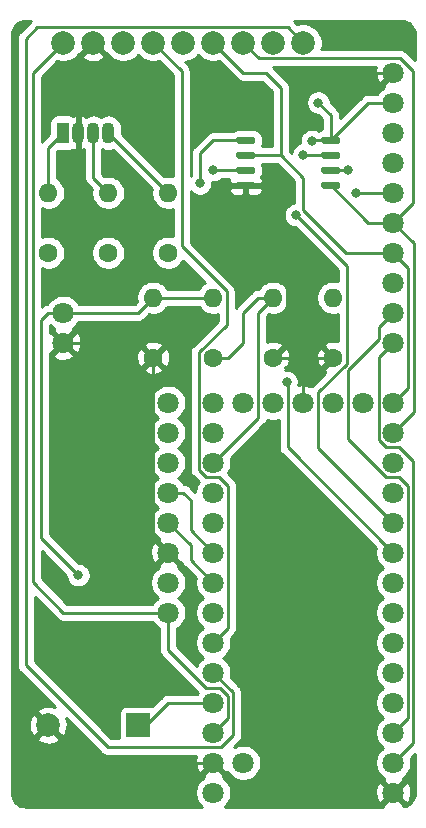
<source format=gtl>
%TF.GenerationSoftware,KiCad,Pcbnew,5.1.9*%
%TF.CreationDate,2021-04-30T01:58:32+02:00*%
%TF.ProjectId,project,70726f6a-6563-4742-9e6b-696361645f70,rev?*%
%TF.SameCoordinates,Original*%
%TF.FileFunction,Copper,L1,Top*%
%TF.FilePolarity,Positive*%
%FSLAX46Y46*%
G04 Gerber Fmt 4.6, Leading zero omitted, Abs format (unit mm)*
G04 Created by KiCad (PCBNEW 5.1.9) date 2021-04-30 01:58:32*
%MOMM*%
%LPD*%
G01*
G04 APERTURE LIST*
%TA.AperFunction,ComponentPad*%
%ADD10C,1.800000*%
%TD*%
%TA.AperFunction,ComponentPad*%
%ADD11O,1.070000X1.800000*%
%TD*%
%TA.AperFunction,ComponentPad*%
%ADD12R,1.070000X1.800000*%
%TD*%
%TA.AperFunction,ComponentPad*%
%ADD13C,2.000000*%
%TD*%
%TA.AperFunction,ComponentPad*%
%ADD14O,1.600000X1.600000*%
%TD*%
%TA.AperFunction,ComponentPad*%
%ADD15C,1.600000*%
%TD*%
%TA.AperFunction,ComponentPad*%
%ADD16R,2.000000X2.000000*%
%TD*%
%TA.AperFunction,ViaPad*%
%ADD17C,0.800000*%
%TD*%
%TA.AperFunction,Conductor*%
%ADD18C,0.250000*%
%TD*%
%TA.AperFunction,Conductor*%
%ADD19C,0.254000*%
%TD*%
%TA.AperFunction,Conductor*%
%ADD20C,0.100000*%
%TD*%
G04 APERTURE END LIST*
D10*
%TO.P,U1,17*%
%TO.N,GND*%
X257810000Y-71120000D03*
%TO.P,U1,18*%
%TO.N,Net-(U1-Pad18)*%
X255270000Y-71120000D03*
%TO.P,U1,19*%
%TO.N,Net-(U1-Pad19)*%
X252730000Y-71120000D03*
%TO.P,U1,20*%
%TO.N,/SCK*%
X250190000Y-71120000D03*
%TO.P,U1,16*%
%TO.N,Net-(U1-Pad16)*%
X260350000Y-71120000D03*
%TO.P,U1,15*%
%TO.N,Net-(U1-Pad15)*%
X262890000Y-71120000D03*
%TO.P,U1,14*%
%TO.N,/MISO*%
X265430000Y-71120000D03*
%TO.P,U1,21*%
%TO.N,Net-(U1-Pad21)*%
X250190000Y-73660000D03*
%TO.P,U1,22*%
%TO.N,/bat_read*%
X250190000Y-76200000D03*
%TO.P,U1,23*%
%TO.N,Net-(U1-Pad23)*%
X250190000Y-78740000D03*
%TO.P,U1,24*%
%TO.N,Net-(U1-Pad24)*%
X250190000Y-81280000D03*
%TO.P,U1,25*%
%TO.N,/SDA*%
X250190000Y-83820000D03*
%TO.P,U1,26*%
%TO.N,/SCL*%
X250190000Y-86360000D03*
%TO.P,U1,27*%
%TO.N,/RF-CS*%
X250190000Y-88900000D03*
%TO.P,U1,28*%
%TO.N,/RF-G0*%
X250190000Y-91440000D03*
%TO.P,U1,29*%
%TO.N,/RF-RST*%
X250190000Y-93980000D03*
%TO.P,U1,30*%
%TO.N,/BUZZ*%
X250190000Y-96520000D03*
%TO.P,U1,31*%
%TO.N,3V3*%
X250190000Y-99060000D03*
%TO.P,U1,32*%
%TO.N,GND*%
X250190000Y-101600000D03*
%TO.P,U1,33*%
%TO.N,VIN*%
X250190000Y-104140000D03*
%TO.P,U1,34*%
%TO.N,Net-(U1-Pad34)*%
X252730000Y-101600000D03*
%TO.P,U1,13*%
%TO.N,/MOSI*%
X265430000Y-73660000D03*
%TO.P,U1,12*%
%TO.N,/FLASH-CS*%
X265430000Y-76200000D03*
%TO.P,U1,11*%
%TO.N,/FLASH-WP*%
X265430000Y-78740000D03*
%TO.P,U1,10*%
%TO.N,/FLASH-HOLD*%
X265430000Y-81280000D03*
%TO.P,U1,9*%
%TO.N,/EXT-CS*%
X265430000Y-83820000D03*
%TO.P,U1,8*%
%TO.N,Net-(U1-Pad8)*%
X265430000Y-86360000D03*
%TO.P,U1,7*%
%TO.N,Net-(U1-Pad7)*%
X265430000Y-88900000D03*
%TO.P,U1,6*%
%TO.N,/LED-B*%
X265430000Y-91440000D03*
%TO.P,U1,5*%
%TO.N,/LED-G*%
X265430000Y-93980000D03*
%TO.P,U1,4*%
%TO.N,/LED-R*%
X265430000Y-96520000D03*
%TO.P,U1,3*%
%TO.N,/TX1*%
X265430000Y-99060000D03*
%TO.P,U1,2*%
%TO.N,/RX1*%
X265430000Y-101600000D03*
%TO.P,U1,1*%
%TO.N,GND*%
X265430000Y-104140000D03*
%TD*%
D11*
%TO.P,D1,3*%
%TO.N,Net-(D1-Pad3)*%
X241300000Y-48260000D03*
%TO.P,D1,2*%
%TO.N,Net-(D1-Pad2)*%
X240030000Y-48260000D03*
%TO.P,D1,4*%
%TO.N,GND*%
X238760000Y-48260000D03*
D12*
%TO.P,D1,1*%
%TO.N,Net-(D1-Pad1)*%
X237490000Y-48260000D03*
%TD*%
%TO.P,U4,8*%
%TO.N,3V3*%
%TA.AperFunction,SMDPad,CuDef*%
G36*
G01*
X259340000Y-49045000D02*
X259340000Y-48745000D01*
G75*
G02*
X259490000Y-48595000I150000J0D01*
G01*
X260790000Y-48595000D01*
G75*
G02*
X260940000Y-48745000I0J-150000D01*
G01*
X260940000Y-49045000D01*
G75*
G02*
X260790000Y-49195000I-150000J0D01*
G01*
X259490000Y-49195000D01*
G75*
G02*
X259340000Y-49045000I0J150000D01*
G01*
G37*
%TD.AperFunction*%
%TO.P,U4,7*%
%TO.N,/FLASH-HOLD*%
%TA.AperFunction,SMDPad,CuDef*%
G36*
G01*
X259340000Y-50315000D02*
X259340000Y-50015000D01*
G75*
G02*
X259490000Y-49865000I150000J0D01*
G01*
X260790000Y-49865000D01*
G75*
G02*
X260940000Y-50015000I0J-150000D01*
G01*
X260940000Y-50315000D01*
G75*
G02*
X260790000Y-50465000I-150000J0D01*
G01*
X259490000Y-50465000D01*
G75*
G02*
X259340000Y-50315000I0J150000D01*
G01*
G37*
%TD.AperFunction*%
%TO.P,U4,6*%
%TO.N,/SCK*%
%TA.AperFunction,SMDPad,CuDef*%
G36*
G01*
X259340000Y-51585000D02*
X259340000Y-51285000D01*
G75*
G02*
X259490000Y-51135000I150000J0D01*
G01*
X260790000Y-51135000D01*
G75*
G02*
X260940000Y-51285000I0J-150000D01*
G01*
X260940000Y-51585000D01*
G75*
G02*
X260790000Y-51735000I-150000J0D01*
G01*
X259490000Y-51735000D01*
G75*
G02*
X259340000Y-51585000I0J150000D01*
G01*
G37*
%TD.AperFunction*%
%TO.P,U4,5*%
%TO.N,/MOSI*%
%TA.AperFunction,SMDPad,CuDef*%
G36*
G01*
X259340000Y-52855000D02*
X259340000Y-52555000D01*
G75*
G02*
X259490000Y-52405000I150000J0D01*
G01*
X260790000Y-52405000D01*
G75*
G02*
X260940000Y-52555000I0J-150000D01*
G01*
X260940000Y-52855000D01*
G75*
G02*
X260790000Y-53005000I-150000J0D01*
G01*
X259490000Y-53005000D01*
G75*
G02*
X259340000Y-52855000I0J150000D01*
G01*
G37*
%TD.AperFunction*%
%TO.P,U4,4*%
%TO.N,GND*%
%TA.AperFunction,SMDPad,CuDef*%
G36*
G01*
X252140000Y-52855000D02*
X252140000Y-52555000D01*
G75*
G02*
X252290000Y-52405000I150000J0D01*
G01*
X253590000Y-52405000D01*
G75*
G02*
X253740000Y-52555000I0J-150000D01*
G01*
X253740000Y-52855000D01*
G75*
G02*
X253590000Y-53005000I-150000J0D01*
G01*
X252290000Y-53005000D01*
G75*
G02*
X252140000Y-52855000I0J150000D01*
G01*
G37*
%TD.AperFunction*%
%TO.P,U4,3*%
%TO.N,/FLASH-WP*%
%TA.AperFunction,SMDPad,CuDef*%
G36*
G01*
X252140000Y-51585000D02*
X252140000Y-51285000D01*
G75*
G02*
X252290000Y-51135000I150000J0D01*
G01*
X253590000Y-51135000D01*
G75*
G02*
X253740000Y-51285000I0J-150000D01*
G01*
X253740000Y-51585000D01*
G75*
G02*
X253590000Y-51735000I-150000J0D01*
G01*
X252290000Y-51735000D01*
G75*
G02*
X252140000Y-51585000I0J150000D01*
G01*
G37*
%TD.AperFunction*%
%TO.P,U4,2*%
%TO.N,/MISO*%
%TA.AperFunction,SMDPad,CuDef*%
G36*
G01*
X252140000Y-50315000D02*
X252140000Y-50015000D01*
G75*
G02*
X252290000Y-49865000I150000J0D01*
G01*
X253590000Y-49865000D01*
G75*
G02*
X253740000Y-50015000I0J-150000D01*
G01*
X253740000Y-50315000D01*
G75*
G02*
X253590000Y-50465000I-150000J0D01*
G01*
X252290000Y-50465000D01*
G75*
G02*
X252140000Y-50315000I0J150000D01*
G01*
G37*
%TD.AperFunction*%
%TO.P,U4,1*%
%TO.N,/FLASH-CS*%
%TA.AperFunction,SMDPad,CuDef*%
G36*
G01*
X252140000Y-49045000D02*
X252140000Y-48745000D01*
G75*
G02*
X252290000Y-48595000I150000J0D01*
G01*
X253590000Y-48595000D01*
G75*
G02*
X253740000Y-48745000I0J-150000D01*
G01*
X253740000Y-49045000D01*
G75*
G02*
X253590000Y-49195000I-150000J0D01*
G01*
X252290000Y-49195000D01*
G75*
G02*
X252140000Y-49045000I0J150000D01*
G01*
G37*
%TD.AperFunction*%
%TD*%
D10*
%TO.P,U3,8*%
%TO.N,Net-(U3-Pad8)*%
X246380000Y-71120000D03*
%TO.P,U3,7*%
%TO.N,Net-(U3-Pad7)*%
X246380000Y-73660000D03*
%TO.P,U3,6*%
%TO.N,Net-(U3-Pad6)*%
X246380000Y-76200000D03*
%TO.P,U3,5*%
%TO.N,/SDA*%
X246380000Y-78740000D03*
%TO.P,U3,4*%
%TO.N,/SCL*%
X246380000Y-81280000D03*
%TO.P,U3,3*%
%TO.N,GND*%
X246380000Y-83820000D03*
%TO.P,U3,2*%
%TO.N,Net-(U3-Pad2)*%
X246380000Y-86360000D03*
%TO.P,U3,1*%
%TO.N,3V3*%
X246380000Y-88900000D03*
%TD*%
D13*
%TO.P,U2,9*%
%TO.N,/RF-RST*%
X257810000Y-40640000D03*
%TO.P,U2,8*%
%TO.N,/RF-CS*%
X255270000Y-40640000D03*
%TO.P,U2,7*%
%TO.N,/MOSI*%
X252730000Y-40640000D03*
%TO.P,U2,6*%
%TO.N,/MISO*%
X250190000Y-40640000D03*
%TO.P,U2,5*%
%TO.N,/SCK*%
X247650000Y-40640000D03*
%TO.P,U2,4*%
%TO.N,/RF-G0*%
X245110000Y-40640000D03*
%TO.P,U2,3*%
%TO.N,Net-(U2-Pad3)*%
X242570000Y-40640000D03*
%TO.P,U2,2*%
%TO.N,GND*%
X240030000Y-40640000D03*
%TO.P,U2,1*%
%TO.N,3V3*%
X237490000Y-40640000D03*
%TD*%
D14*
%TO.P,R5,2*%
%TO.N,Net-(D1-Pad2)*%
X241300000Y-53340000D03*
D15*
%TO.P,R5,1*%
%TO.N,/LED-G*%
X241300000Y-58420000D03*
%TD*%
D14*
%TO.P,R4,2*%
%TO.N,Net-(D1-Pad3)*%
X246380000Y-53340000D03*
D15*
%TO.P,R4,1*%
%TO.N,/LED-B*%
X246380000Y-58420000D03*
%TD*%
D14*
%TO.P,R3,2*%
%TO.N,Net-(D1-Pad1)*%
X236220000Y-53340000D03*
D15*
%TO.P,R3,1*%
%TO.N,/LED-R*%
X236220000Y-58420000D03*
%TD*%
D14*
%TO.P,R2,2*%
%TO.N,/bat_read*%
X255270000Y-62230000D03*
D15*
%TO.P,R2,1*%
%TO.N,GND*%
X255270000Y-67310000D03*
%TD*%
D14*
%TO.P,R1,2*%
%TO.N,VIN*%
X250190000Y-62230000D03*
D15*
%TO.P,R1,1*%
%TO.N,/bat_read*%
X250190000Y-67310000D03*
%TD*%
D10*
%TO.P,J1,10*%
%TO.N,/RX1*%
X265430000Y-66040000D03*
%TO.P,J1,9*%
%TO.N,/TX1*%
X265430000Y-63500000D03*
%TO.P,J1,8*%
%TO.N,/SCK*%
X265430000Y-60960000D03*
%TO.P,J1,7*%
%TO.N,/MISO*%
X265430000Y-58420000D03*
%TO.P,J1,6*%
%TO.N,/MOSI*%
X265430000Y-55880000D03*
%TO.P,J1,5*%
%TO.N,/EXT-CS*%
X265430000Y-53340000D03*
%TO.P,J1,4*%
%TO.N,/SDA*%
X265430000Y-50800000D03*
%TO.P,J1,3*%
%TO.N,/SCL*%
X265430000Y-48260000D03*
%TO.P,J1,2*%
%TO.N,3V3*%
X265430000Y-45720000D03*
%TO.P,J1,1*%
%TO.N,GND*%
X265430000Y-43180000D03*
%TD*%
D14*
%TO.P,C2,2*%
%TO.N,3V3*%
X260350000Y-62230000D03*
D15*
%TO.P,C2,1*%
%TO.N,GND*%
X260350000Y-67310000D03*
%TD*%
D14*
%TO.P,C1,2*%
%TO.N,VIN*%
X245110000Y-62230000D03*
D15*
%TO.P,C1,1*%
%TO.N,GND*%
X245110000Y-67310000D03*
%TD*%
D13*
%TO.P,BZ1,2*%
%TO.N,GND*%
X236220000Y-98425000D03*
D16*
%TO.P,BZ1,1*%
%TO.N,/BUZZ*%
X243840000Y-98425000D03*
%TD*%
D10*
%TO.P,BAT1,2*%
%TO.N,VIN*%
X237490000Y-63500000D03*
%TO.P,BAT1,1*%
%TO.N,GND*%
X237490000Y-66040000D03*
%TD*%
D17*
%TO.N,GND*%
X259715000Y-85725000D03*
X252730000Y-44450000D03*
X238125000Y-92710000D03*
X262890000Y-40005000D03*
%TO.N,VIN*%
X238760000Y-85725000D03*
%TO.N,GND*%
X241935000Y-85725000D03*
X260350000Y-44450000D03*
X251460000Y-52705000D03*
X238125000Y-52070000D03*
%TO.N,3V3*%
X259080000Y-45720000D03*
X258535001Y-48985001D03*
%TO.N,/SCK*%
X261620000Y-51435000D03*
%TO.N,/EXT-CS*%
X256395001Y-69359999D03*
X262255000Y-53340000D03*
%TO.N,/FLASH-CS*%
X249064999Y-52560001D03*
%TO.N,/FLASH-WP*%
X250190000Y-51435000D03*
%TO.N,/FLASH-HOLD*%
X257175000Y-55245000D03*
X257810000Y-50165000D03*
%TD*%
D18*
%TO.N,VIN*%
X243840000Y-63500000D02*
X245110000Y-62230000D01*
X237490000Y-63500000D02*
X243840000Y-63500000D01*
X250190000Y-62230000D02*
X245110000Y-62230000D01*
X235585000Y-82550000D02*
X238760000Y-85725000D01*
X235585000Y-64135000D02*
X235585000Y-82550000D01*
X236220000Y-63500000D02*
X235585000Y-64135000D01*
X237490000Y-63500000D02*
X236220000Y-63500000D01*
%TO.N,GND*%
X255270000Y-67310000D02*
X256540000Y-67310000D01*
X257810000Y-68580000D02*
X257810000Y-71120000D01*
X260350000Y-67310000D02*
X259080000Y-67310000D01*
X257810000Y-68580000D02*
X259080000Y-67310000D01*
X243840000Y-66040000D02*
X245110000Y-67310000D01*
X237490000Y-66040000D02*
X243840000Y-66040000D01*
X238760000Y-41910000D02*
X240030000Y-40640000D01*
X238760000Y-48260000D02*
X238760000Y-41910000D01*
X245110000Y-82550000D02*
X246380000Y-83820000D01*
X245110000Y-67310000D02*
X245110000Y-82550000D01*
X245110000Y-82550000D02*
X242570000Y-85090000D01*
X242570000Y-85090000D02*
X241935000Y-85725000D01*
X241935000Y-85725000D02*
X241935000Y-85725000D01*
X261620000Y-43180000D02*
X260350000Y-44450000D01*
X265430000Y-43180000D02*
X261620000Y-43180000D01*
X256540000Y-67310000D02*
X257810000Y-68580000D01*
X256395001Y-66184999D02*
X255270000Y-67310000D01*
X256395001Y-60180001D02*
X256395001Y-66184999D01*
X252940000Y-56725000D02*
X256395001Y-60180001D01*
X252940000Y-52705000D02*
X252940000Y-56725000D01*
X252940000Y-52705000D02*
X251460000Y-52705000D01*
X251460000Y-52705000D02*
X251460000Y-52705000D01*
X239395000Y-101600000D02*
X250190000Y-101600000D01*
X236220000Y-98425000D02*
X239395000Y-101600000D01*
%TO.N,/BUZZ*%
X246380000Y-96520000D02*
X243840000Y-99060000D01*
X250190000Y-96520000D02*
X246380000Y-96520000D01*
%TO.N,3V3*%
X263315000Y-45720000D02*
X260140000Y-48895000D01*
X265430000Y-45720000D02*
X263315000Y-45720000D01*
X234894999Y-43235001D02*
X234894999Y-86304999D01*
X237490000Y-40640000D02*
X234894999Y-43235001D01*
X237490000Y-88900000D02*
X246380000Y-88900000D01*
X234894999Y-86304999D02*
X237490000Y-88900000D01*
X260140000Y-48895000D02*
X260140000Y-46780000D01*
X260140000Y-46780000D02*
X259080000Y-45720000D01*
X259080000Y-45720000D02*
X259080000Y-45720000D01*
X258625002Y-48895000D02*
X258535001Y-48985001D01*
X260140000Y-48895000D02*
X258625002Y-48895000D01*
X251415001Y-97834999D02*
X250190000Y-99060000D01*
X251415001Y-95931999D02*
X251415001Y-97834999D01*
X250778001Y-95294999D02*
X251415001Y-95931999D01*
X249601999Y-95294999D02*
X250778001Y-95294999D01*
X246380000Y-92073000D02*
X249601999Y-95294999D01*
X246380000Y-88900000D02*
X246380000Y-92073000D01*
%TO.N,Net-(D1-Pad2)*%
X240030000Y-52070000D02*
X240030000Y-48260000D01*
X241300000Y-53340000D02*
X240030000Y-52070000D01*
%TO.N,Net-(D1-Pad1)*%
X236220000Y-49530000D02*
X237490000Y-48260000D01*
X236220000Y-53340000D02*
X236220000Y-49530000D01*
%TO.N,/RX1*%
X264204999Y-67265001D02*
X265430000Y-66040000D01*
X264204999Y-74248001D02*
X264204999Y-67265001D01*
X264841999Y-74885001D02*
X264204999Y-74248001D01*
X265928003Y-74885001D02*
X264841999Y-74885001D01*
X267105010Y-76062008D02*
X265928003Y-74885001D01*
X267105010Y-99924990D02*
X267105010Y-76062008D01*
X265430000Y-101600000D02*
X267105010Y-99924990D01*
%TO.N,/TX1*%
X264841999Y-77425001D02*
X261620000Y-74203002D01*
X265928003Y-77425001D02*
X264841999Y-77425001D01*
X266655001Y-78151999D02*
X265928003Y-77425001D01*
X266655001Y-97834999D02*
X266655001Y-78151999D01*
X265430000Y-99060000D02*
X266655001Y-97834999D01*
X264204999Y-64725001D02*
X265430000Y-63500000D01*
X264204999Y-65756413D02*
X264204999Y-64725001D01*
X261620000Y-68341412D02*
X264204999Y-65756413D01*
X261620000Y-74203002D02*
X261620000Y-68341412D01*
%TO.N,/SCK*%
X260140000Y-51435000D02*
X261620000Y-51435000D01*
X261620000Y-51435000D02*
X261620000Y-51435000D01*
%TO.N,/MOSI*%
X263315000Y-55880000D02*
X260140000Y-52705000D01*
X265430000Y-55880000D02*
X263315000Y-55880000D01*
X267150010Y-71939990D02*
X265430000Y-73660000D01*
X267150010Y-57600010D02*
X267150010Y-71939990D01*
X265430000Y-55880000D02*
X267150010Y-57600010D01*
X267105010Y-43042008D02*
X267105010Y-54204990D01*
X266018001Y-41954999D02*
X267105010Y-43042008D01*
X267105010Y-54204990D02*
X265430000Y-55880000D01*
X264841999Y-41954999D02*
X266018001Y-41954999D01*
X264831997Y-41965001D02*
X264841999Y-41954999D01*
X254055001Y-41965001D02*
X264831997Y-41965001D01*
X252730000Y-40640000D02*
X254055001Y-41965001D01*
%TO.N,/MISO*%
X261396768Y-58420000D02*
X257810000Y-54833232D01*
X265430000Y-58420000D02*
X261396768Y-58420000D01*
X257810000Y-54833232D02*
X257810000Y-52070000D01*
X255905000Y-50165000D02*
X252940000Y-50165000D01*
X257810000Y-52070000D02*
X255905000Y-50165000D01*
X250190000Y-40640000D02*
X252730000Y-43180000D01*
X252730000Y-43180000D02*
X254635000Y-43180000D01*
X255905000Y-44450000D02*
X255905000Y-50165000D01*
X254635000Y-43180000D02*
X255905000Y-44450000D01*
X265430000Y-58420000D02*
X266700000Y-59690000D01*
X266700000Y-69850000D02*
X265430000Y-71120000D01*
X266700000Y-59690000D02*
X266700000Y-69850000D01*
%TO.N,/EXT-CS*%
X256395001Y-69359999D02*
X256395001Y-69359999D01*
X265430000Y-53340000D02*
X262255000Y-53340000D01*
X256495001Y-69459999D02*
X256395001Y-69359999D01*
X256495001Y-74885001D02*
X256495001Y-69459999D01*
X265430000Y-83820000D02*
X256495001Y-74885001D01*
%TO.N,/SCL*%
X248285000Y-83185000D02*
X246380000Y-81280000D01*
X248285000Y-84455000D02*
X248285000Y-83185000D01*
X250190000Y-86360000D02*
X248285000Y-84455000D01*
%TO.N,/SDA*%
X246380000Y-78740000D02*
X247650000Y-78740000D01*
X247650000Y-78740000D02*
X248285000Y-79375000D01*
X248285000Y-81915000D02*
X250190000Y-83820000D01*
X248285000Y-79375000D02*
X248285000Y-81915000D01*
%TO.N,/bat_read*%
X250190000Y-67310000D02*
X251460000Y-67310000D01*
X251460000Y-67310000D02*
X252730000Y-66040000D01*
X252730000Y-66040000D02*
X252730000Y-63500000D01*
X252730000Y-63500000D02*
X254000000Y-62230000D01*
X254000000Y-62230000D02*
X255270000Y-62230000D01*
X254000000Y-72390000D02*
X250045001Y-76344999D01*
X254000000Y-63500000D02*
X254000000Y-72390000D01*
X255125001Y-62374999D02*
X254000000Y-63500000D01*
%TO.N,Net-(D1-Pad3)*%
X246380000Y-53340000D02*
X241300000Y-48260000D01*
%TO.N,/RF-G0*%
X248964999Y-66869999D02*
X251315001Y-64519997D01*
X248964999Y-76788001D02*
X248964999Y-66869999D01*
X249601999Y-77425001D02*
X248964999Y-76788001D01*
X247505001Y-57879999D02*
X247505001Y-43035001D01*
X251315001Y-61689999D02*
X247505001Y-57879999D01*
X251315001Y-64519997D02*
X251315001Y-61689999D01*
X250688003Y-77425001D02*
X249601999Y-77425001D01*
X247505001Y-43035001D02*
X245110000Y-40640000D01*
X251415001Y-78151999D02*
X250688003Y-77425001D01*
X251415001Y-90214999D02*
X251415001Y-78151999D01*
X250190000Y-91440000D02*
X251415001Y-90214999D01*
%TO.N,/RF-RST*%
X234315000Y-40299018D02*
X235299019Y-39314999D01*
X256484999Y-39314999D02*
X257810000Y-40640000D01*
X235299019Y-39314999D02*
X256484999Y-39314999D01*
X250867999Y-100285001D02*
X241255001Y-100285001D01*
X241255001Y-100285001D02*
X234315000Y-93345000D01*
X251865011Y-99287989D02*
X250867999Y-100285001D01*
X251865011Y-95655011D02*
X251865011Y-99287989D01*
X250190000Y-93980000D02*
X251865011Y-95655011D01*
X234315000Y-93345000D02*
X234315000Y-40299018D01*
%TO.N,/FLASH-CS*%
X249064999Y-52560001D02*
X249064999Y-50020001D01*
X250190000Y-48895000D02*
X252940000Y-48895000D01*
X249064999Y-50020001D02*
X250190000Y-48895000D01*
%TO.N,/FLASH-WP*%
X252940000Y-51435000D02*
X250190000Y-51435000D01*
%TO.N,/FLASH-HOLD*%
X257175000Y-55245000D02*
X257175000Y-55245000D01*
X257810000Y-50165000D02*
X260140000Y-50165000D01*
X261475001Y-59545001D02*
X257175000Y-55245000D01*
X261475001Y-67850001D02*
X261475001Y-59545001D01*
X259080000Y-70245002D02*
X261475001Y-67850001D01*
X259080000Y-74930000D02*
X259080000Y-70245002D01*
X265430000Y-81280000D02*
X259080000Y-74930000D01*
%TD*%
D19*
%TO.N,GND*%
X233803998Y-39735219D02*
X233775000Y-39759017D01*
X233751202Y-39788015D01*
X233751201Y-39788016D01*
X233680026Y-39874742D01*
X233609454Y-40006772D01*
X233565998Y-40150033D01*
X233551324Y-40299018D01*
X233555001Y-40336351D01*
X233555000Y-93307678D01*
X233551324Y-93345000D01*
X233555000Y-93382322D01*
X233555000Y-93382332D01*
X233565997Y-93493985D01*
X233609454Y-93637246D01*
X233680026Y-93769276D01*
X233719871Y-93817826D01*
X233774999Y-93885001D01*
X233804003Y-93908804D01*
X236775609Y-96880410D01*
X236478892Y-96802616D01*
X236157405Y-96783282D01*
X235838325Y-96827039D01*
X235533912Y-96932205D01*
X235359956Y-97025186D01*
X235264192Y-97289587D01*
X236220000Y-98245395D01*
X236234143Y-98231253D01*
X236413748Y-98410858D01*
X236399605Y-98425000D01*
X237355413Y-99380808D01*
X237619814Y-99285044D01*
X237760704Y-98995429D01*
X237842384Y-98683892D01*
X237861718Y-98362405D01*
X237817961Y-98043325D01*
X237754326Y-97859128D01*
X240691202Y-100796004D01*
X240715000Y-100825002D01*
X240743998Y-100848800D01*
X240830725Y-100919975D01*
X240962754Y-100990547D01*
X241106015Y-101034004D01*
X241255001Y-101048678D01*
X241292334Y-101045001D01*
X248753700Y-101045001D01*
X248740842Y-101071775D01*
X248665635Y-101364642D01*
X248649009Y-101666553D01*
X248691603Y-101965907D01*
X248791778Y-102251199D01*
X248871739Y-102400792D01*
X249125920Y-102484475D01*
X250010395Y-101600000D01*
X249996253Y-101585858D01*
X250175858Y-101406253D01*
X250190000Y-101420395D01*
X250204143Y-101406253D01*
X250383748Y-101585858D01*
X250369605Y-101600000D01*
X251254080Y-102484475D01*
X251435049Y-102424895D01*
X251537688Y-102578505D01*
X251751495Y-102792312D01*
X252002905Y-102960299D01*
X252282257Y-103076011D01*
X252578816Y-103135000D01*
X252881184Y-103135000D01*
X253177743Y-103076011D01*
X253457095Y-102960299D01*
X253708505Y-102792312D01*
X253922312Y-102578505D01*
X254090299Y-102327095D01*
X254206011Y-102047743D01*
X254265000Y-101751184D01*
X254265000Y-101448816D01*
X254206011Y-101152257D01*
X254090299Y-100872905D01*
X253922312Y-100621495D01*
X253708505Y-100407688D01*
X253457095Y-100239701D01*
X253177743Y-100123989D01*
X252881184Y-100065000D01*
X252578816Y-100065000D01*
X252282257Y-100123989D01*
X252002905Y-100239701D01*
X251958289Y-100269512D01*
X252376014Y-99851788D01*
X252405012Y-99827990D01*
X252449322Y-99773998D01*
X252499985Y-99712266D01*
X252570557Y-99580236D01*
X252594679Y-99500714D01*
X252614014Y-99436975D01*
X252625011Y-99325322D01*
X252625011Y-99325312D01*
X252628687Y-99287989D01*
X252625011Y-99250666D01*
X252625011Y-95692333D01*
X252628687Y-95655010D01*
X252625011Y-95617687D01*
X252625011Y-95617678D01*
X252614014Y-95506025D01*
X252570557Y-95362764D01*
X252499985Y-95230735D01*
X252405012Y-95115010D01*
X252376015Y-95091213D01*
X251673731Y-94388930D01*
X251725000Y-94131184D01*
X251725000Y-93828816D01*
X251666011Y-93532257D01*
X251550299Y-93252905D01*
X251382312Y-93001495D01*
X251168505Y-92787688D01*
X251052237Y-92710000D01*
X251168505Y-92632312D01*
X251382312Y-92418505D01*
X251550299Y-92167095D01*
X251666011Y-91887743D01*
X251725000Y-91591184D01*
X251725000Y-91288816D01*
X251673731Y-91031070D01*
X251926005Y-90778797D01*
X251955002Y-90755000D01*
X251981333Y-90722916D01*
X252049975Y-90639276D01*
X252120547Y-90507246D01*
X252142462Y-90435000D01*
X252164004Y-90363985D01*
X252175001Y-90252332D01*
X252175001Y-90252323D01*
X252178677Y-90215000D01*
X252175001Y-90177677D01*
X252175001Y-78189321D01*
X252178677Y-78151998D01*
X252175001Y-78114675D01*
X252175001Y-78114666D01*
X252164004Y-78003013D01*
X252120547Y-77859752D01*
X252049975Y-77727723D01*
X252007536Y-77676011D01*
X251978800Y-77640995D01*
X251978796Y-77640991D01*
X251955002Y-77611998D01*
X251926009Y-77588204D01*
X251435984Y-77098180D01*
X251550299Y-76927095D01*
X251666011Y-76647743D01*
X251725000Y-76351184D01*
X251725000Y-76048816D01*
X251673731Y-75791070D01*
X254511003Y-72953799D01*
X254540001Y-72930001D01*
X254634974Y-72814276D01*
X254705546Y-72682247D01*
X254741813Y-72562690D01*
X254822257Y-72596011D01*
X255118816Y-72655000D01*
X255421184Y-72655000D01*
X255717743Y-72596011D01*
X255735001Y-72588862D01*
X255735001Y-74847678D01*
X255731325Y-74885001D01*
X255735001Y-74922323D01*
X255735001Y-74922333D01*
X255745998Y-75033986D01*
X255789455Y-75177247D01*
X255860027Y-75309277D01*
X255863087Y-75313005D01*
X255955000Y-75425002D01*
X255984004Y-75448805D01*
X263946269Y-83411070D01*
X263895000Y-83668816D01*
X263895000Y-83971184D01*
X263953989Y-84267743D01*
X264069701Y-84547095D01*
X264237688Y-84798505D01*
X264451495Y-85012312D01*
X264567763Y-85090000D01*
X264451495Y-85167688D01*
X264237688Y-85381495D01*
X264069701Y-85632905D01*
X263953989Y-85912257D01*
X263895000Y-86208816D01*
X263895000Y-86511184D01*
X263953989Y-86807743D01*
X264069701Y-87087095D01*
X264237688Y-87338505D01*
X264451495Y-87552312D01*
X264567763Y-87630000D01*
X264451495Y-87707688D01*
X264237688Y-87921495D01*
X264069701Y-88172905D01*
X263953989Y-88452257D01*
X263895000Y-88748816D01*
X263895000Y-89051184D01*
X263953989Y-89347743D01*
X264069701Y-89627095D01*
X264237688Y-89878505D01*
X264451495Y-90092312D01*
X264567763Y-90170000D01*
X264451495Y-90247688D01*
X264237688Y-90461495D01*
X264069701Y-90712905D01*
X263953989Y-90992257D01*
X263895000Y-91288816D01*
X263895000Y-91591184D01*
X263953989Y-91887743D01*
X264069701Y-92167095D01*
X264237688Y-92418505D01*
X264451495Y-92632312D01*
X264567763Y-92710000D01*
X264451495Y-92787688D01*
X264237688Y-93001495D01*
X264069701Y-93252905D01*
X263953989Y-93532257D01*
X263895000Y-93828816D01*
X263895000Y-94131184D01*
X263953989Y-94427743D01*
X264069701Y-94707095D01*
X264237688Y-94958505D01*
X264451495Y-95172312D01*
X264567763Y-95250000D01*
X264451495Y-95327688D01*
X264237688Y-95541495D01*
X264069701Y-95792905D01*
X263953989Y-96072257D01*
X263895000Y-96368816D01*
X263895000Y-96671184D01*
X263953989Y-96967743D01*
X264069701Y-97247095D01*
X264237688Y-97498505D01*
X264451495Y-97712312D01*
X264567763Y-97790000D01*
X264451495Y-97867688D01*
X264237688Y-98081495D01*
X264069701Y-98332905D01*
X263953989Y-98612257D01*
X263895000Y-98908816D01*
X263895000Y-99211184D01*
X263953989Y-99507743D01*
X264069701Y-99787095D01*
X264237688Y-100038505D01*
X264451495Y-100252312D01*
X264567763Y-100330000D01*
X264451495Y-100407688D01*
X264237688Y-100621495D01*
X264069701Y-100872905D01*
X263953989Y-101152257D01*
X263895000Y-101448816D01*
X263895000Y-101751184D01*
X263953989Y-102047743D01*
X264069701Y-102327095D01*
X264237688Y-102578505D01*
X264451495Y-102792312D01*
X264605105Y-102894951D01*
X264545525Y-103075920D01*
X265430000Y-103960395D01*
X266314475Y-103075920D01*
X266254895Y-102894951D01*
X266408505Y-102792312D01*
X266622312Y-102578505D01*
X266790299Y-102327095D01*
X266906011Y-102047743D01*
X266965000Y-101751184D01*
X266965000Y-101448816D01*
X266913731Y-101191070D01*
X267260001Y-100844801D01*
X267260001Y-104105261D01*
X267233901Y-104371449D01*
X267166684Y-104594084D01*
X267057506Y-104799417D01*
X266910522Y-104979637D01*
X266731333Y-105127876D01*
X266526761Y-105238488D01*
X266304606Y-105307257D01*
X266279643Y-105309881D01*
X266314475Y-105204080D01*
X265430000Y-104319605D01*
X264545525Y-105204080D01*
X264588627Y-105335000D01*
X251164482Y-105335000D01*
X251168505Y-105332312D01*
X251382312Y-105118505D01*
X251550299Y-104867095D01*
X251666011Y-104587743D01*
X251725000Y-104291184D01*
X251725000Y-104206553D01*
X263889009Y-104206553D01*
X263931603Y-104505907D01*
X264031778Y-104791199D01*
X264111739Y-104940792D01*
X264365920Y-105024475D01*
X265250395Y-104140000D01*
X265609605Y-104140000D01*
X266494080Y-105024475D01*
X266748261Y-104940792D01*
X266879158Y-104668225D01*
X266954365Y-104375358D01*
X266970991Y-104073447D01*
X266928397Y-103774093D01*
X266828222Y-103488801D01*
X266748261Y-103339208D01*
X266494080Y-103255525D01*
X265609605Y-104140000D01*
X265250395Y-104140000D01*
X264365920Y-103255525D01*
X264111739Y-103339208D01*
X263980842Y-103611775D01*
X263905635Y-103904642D01*
X263889009Y-104206553D01*
X251725000Y-104206553D01*
X251725000Y-103988816D01*
X251666011Y-103692257D01*
X251550299Y-103412905D01*
X251382312Y-103161495D01*
X251168505Y-102947688D01*
X251014895Y-102845049D01*
X251074475Y-102664080D01*
X250190000Y-101779605D01*
X249305525Y-102664080D01*
X249365105Y-102845049D01*
X249211495Y-102947688D01*
X248997688Y-103161495D01*
X248829701Y-103412905D01*
X248713989Y-103692257D01*
X248655000Y-103988816D01*
X248655000Y-104291184D01*
X248713989Y-104587743D01*
X248829701Y-104867095D01*
X248997688Y-105118505D01*
X249211495Y-105332312D01*
X249215518Y-105335000D01*
X234349729Y-105335000D01*
X234083551Y-105308901D01*
X233860916Y-105241684D01*
X233655583Y-105132506D01*
X233475363Y-104985522D01*
X233327124Y-104806333D01*
X233216512Y-104601761D01*
X233147743Y-104379606D01*
X233120000Y-104115655D01*
X233120000Y-99560413D01*
X235264192Y-99560413D01*
X235359956Y-99824814D01*
X235649571Y-99965704D01*
X235961108Y-100047384D01*
X236282595Y-100066718D01*
X236601675Y-100022961D01*
X236906088Y-99917795D01*
X237080044Y-99824814D01*
X237175808Y-99560413D01*
X236220000Y-98604605D01*
X235264192Y-99560413D01*
X233120000Y-99560413D01*
X233120000Y-98487595D01*
X234578282Y-98487595D01*
X234622039Y-98806675D01*
X234727205Y-99111088D01*
X234820186Y-99285044D01*
X235084587Y-99380808D01*
X236040395Y-98425000D01*
X235084587Y-97469192D01*
X234820186Y-97564956D01*
X234679296Y-97854571D01*
X234597616Y-98166108D01*
X234578282Y-98487595D01*
X233120000Y-98487595D01*
X233120000Y-40039728D01*
X233146098Y-39773554D01*
X233213315Y-39550919D01*
X233322495Y-39345581D01*
X233469479Y-39165361D01*
X233648668Y-39017123D01*
X233853240Y-38906511D01*
X234075397Y-38837742D01*
X234339344Y-38810000D01*
X234729216Y-38810000D01*
X233803998Y-39735219D01*
%TA.AperFunction,Conductor*%
D20*
G36*
X233803998Y-39735219D02*
G01*
X233775000Y-39759017D01*
X233751202Y-39788015D01*
X233751201Y-39788016D01*
X233680026Y-39874742D01*
X233609454Y-40006772D01*
X233565998Y-40150033D01*
X233551324Y-40299018D01*
X233555001Y-40336351D01*
X233555000Y-93307678D01*
X233551324Y-93345000D01*
X233555000Y-93382322D01*
X233555000Y-93382332D01*
X233565997Y-93493985D01*
X233609454Y-93637246D01*
X233680026Y-93769276D01*
X233719871Y-93817826D01*
X233774999Y-93885001D01*
X233804003Y-93908804D01*
X236775609Y-96880410D01*
X236478892Y-96802616D01*
X236157405Y-96783282D01*
X235838325Y-96827039D01*
X235533912Y-96932205D01*
X235359956Y-97025186D01*
X235264192Y-97289587D01*
X236220000Y-98245395D01*
X236234143Y-98231253D01*
X236413748Y-98410858D01*
X236399605Y-98425000D01*
X237355413Y-99380808D01*
X237619814Y-99285044D01*
X237760704Y-98995429D01*
X237842384Y-98683892D01*
X237861718Y-98362405D01*
X237817961Y-98043325D01*
X237754326Y-97859128D01*
X240691202Y-100796004D01*
X240715000Y-100825002D01*
X240743998Y-100848800D01*
X240830725Y-100919975D01*
X240962754Y-100990547D01*
X241106015Y-101034004D01*
X241255001Y-101048678D01*
X241292334Y-101045001D01*
X248753700Y-101045001D01*
X248740842Y-101071775D01*
X248665635Y-101364642D01*
X248649009Y-101666553D01*
X248691603Y-101965907D01*
X248791778Y-102251199D01*
X248871739Y-102400792D01*
X249125920Y-102484475D01*
X250010395Y-101600000D01*
X249996253Y-101585858D01*
X250175858Y-101406253D01*
X250190000Y-101420395D01*
X250204143Y-101406253D01*
X250383748Y-101585858D01*
X250369605Y-101600000D01*
X251254080Y-102484475D01*
X251435049Y-102424895D01*
X251537688Y-102578505D01*
X251751495Y-102792312D01*
X252002905Y-102960299D01*
X252282257Y-103076011D01*
X252578816Y-103135000D01*
X252881184Y-103135000D01*
X253177743Y-103076011D01*
X253457095Y-102960299D01*
X253708505Y-102792312D01*
X253922312Y-102578505D01*
X254090299Y-102327095D01*
X254206011Y-102047743D01*
X254265000Y-101751184D01*
X254265000Y-101448816D01*
X254206011Y-101152257D01*
X254090299Y-100872905D01*
X253922312Y-100621495D01*
X253708505Y-100407688D01*
X253457095Y-100239701D01*
X253177743Y-100123989D01*
X252881184Y-100065000D01*
X252578816Y-100065000D01*
X252282257Y-100123989D01*
X252002905Y-100239701D01*
X251958289Y-100269512D01*
X252376014Y-99851788D01*
X252405012Y-99827990D01*
X252449322Y-99773998D01*
X252499985Y-99712266D01*
X252570557Y-99580236D01*
X252594679Y-99500714D01*
X252614014Y-99436975D01*
X252625011Y-99325322D01*
X252625011Y-99325312D01*
X252628687Y-99287989D01*
X252625011Y-99250666D01*
X252625011Y-95692333D01*
X252628687Y-95655010D01*
X252625011Y-95617687D01*
X252625011Y-95617678D01*
X252614014Y-95506025D01*
X252570557Y-95362764D01*
X252499985Y-95230735D01*
X252405012Y-95115010D01*
X252376015Y-95091213D01*
X251673731Y-94388930D01*
X251725000Y-94131184D01*
X251725000Y-93828816D01*
X251666011Y-93532257D01*
X251550299Y-93252905D01*
X251382312Y-93001495D01*
X251168505Y-92787688D01*
X251052237Y-92710000D01*
X251168505Y-92632312D01*
X251382312Y-92418505D01*
X251550299Y-92167095D01*
X251666011Y-91887743D01*
X251725000Y-91591184D01*
X251725000Y-91288816D01*
X251673731Y-91031070D01*
X251926005Y-90778797D01*
X251955002Y-90755000D01*
X251981333Y-90722916D01*
X252049975Y-90639276D01*
X252120547Y-90507246D01*
X252142462Y-90435000D01*
X252164004Y-90363985D01*
X252175001Y-90252332D01*
X252175001Y-90252323D01*
X252178677Y-90215000D01*
X252175001Y-90177677D01*
X252175001Y-78189321D01*
X252178677Y-78151998D01*
X252175001Y-78114675D01*
X252175001Y-78114666D01*
X252164004Y-78003013D01*
X252120547Y-77859752D01*
X252049975Y-77727723D01*
X252007536Y-77676011D01*
X251978800Y-77640995D01*
X251978796Y-77640991D01*
X251955002Y-77611998D01*
X251926009Y-77588204D01*
X251435984Y-77098180D01*
X251550299Y-76927095D01*
X251666011Y-76647743D01*
X251725000Y-76351184D01*
X251725000Y-76048816D01*
X251673731Y-75791070D01*
X254511003Y-72953799D01*
X254540001Y-72930001D01*
X254634974Y-72814276D01*
X254705546Y-72682247D01*
X254741813Y-72562690D01*
X254822257Y-72596011D01*
X255118816Y-72655000D01*
X255421184Y-72655000D01*
X255717743Y-72596011D01*
X255735001Y-72588862D01*
X255735001Y-74847678D01*
X255731325Y-74885001D01*
X255735001Y-74922323D01*
X255735001Y-74922333D01*
X255745998Y-75033986D01*
X255789455Y-75177247D01*
X255860027Y-75309277D01*
X255863087Y-75313005D01*
X255955000Y-75425002D01*
X255984004Y-75448805D01*
X263946269Y-83411070D01*
X263895000Y-83668816D01*
X263895000Y-83971184D01*
X263953989Y-84267743D01*
X264069701Y-84547095D01*
X264237688Y-84798505D01*
X264451495Y-85012312D01*
X264567763Y-85090000D01*
X264451495Y-85167688D01*
X264237688Y-85381495D01*
X264069701Y-85632905D01*
X263953989Y-85912257D01*
X263895000Y-86208816D01*
X263895000Y-86511184D01*
X263953989Y-86807743D01*
X264069701Y-87087095D01*
X264237688Y-87338505D01*
X264451495Y-87552312D01*
X264567763Y-87630000D01*
X264451495Y-87707688D01*
X264237688Y-87921495D01*
X264069701Y-88172905D01*
X263953989Y-88452257D01*
X263895000Y-88748816D01*
X263895000Y-89051184D01*
X263953989Y-89347743D01*
X264069701Y-89627095D01*
X264237688Y-89878505D01*
X264451495Y-90092312D01*
X264567763Y-90170000D01*
X264451495Y-90247688D01*
X264237688Y-90461495D01*
X264069701Y-90712905D01*
X263953989Y-90992257D01*
X263895000Y-91288816D01*
X263895000Y-91591184D01*
X263953989Y-91887743D01*
X264069701Y-92167095D01*
X264237688Y-92418505D01*
X264451495Y-92632312D01*
X264567763Y-92710000D01*
X264451495Y-92787688D01*
X264237688Y-93001495D01*
X264069701Y-93252905D01*
X263953989Y-93532257D01*
X263895000Y-93828816D01*
X263895000Y-94131184D01*
X263953989Y-94427743D01*
X264069701Y-94707095D01*
X264237688Y-94958505D01*
X264451495Y-95172312D01*
X264567763Y-95250000D01*
X264451495Y-95327688D01*
X264237688Y-95541495D01*
X264069701Y-95792905D01*
X263953989Y-96072257D01*
X263895000Y-96368816D01*
X263895000Y-96671184D01*
X263953989Y-96967743D01*
X264069701Y-97247095D01*
X264237688Y-97498505D01*
X264451495Y-97712312D01*
X264567763Y-97790000D01*
X264451495Y-97867688D01*
X264237688Y-98081495D01*
X264069701Y-98332905D01*
X263953989Y-98612257D01*
X263895000Y-98908816D01*
X263895000Y-99211184D01*
X263953989Y-99507743D01*
X264069701Y-99787095D01*
X264237688Y-100038505D01*
X264451495Y-100252312D01*
X264567763Y-100330000D01*
X264451495Y-100407688D01*
X264237688Y-100621495D01*
X264069701Y-100872905D01*
X263953989Y-101152257D01*
X263895000Y-101448816D01*
X263895000Y-101751184D01*
X263953989Y-102047743D01*
X264069701Y-102327095D01*
X264237688Y-102578505D01*
X264451495Y-102792312D01*
X264605105Y-102894951D01*
X264545525Y-103075920D01*
X265430000Y-103960395D01*
X266314475Y-103075920D01*
X266254895Y-102894951D01*
X266408505Y-102792312D01*
X266622312Y-102578505D01*
X266790299Y-102327095D01*
X266906011Y-102047743D01*
X266965000Y-101751184D01*
X266965000Y-101448816D01*
X266913731Y-101191070D01*
X267260001Y-100844801D01*
X267260001Y-104105261D01*
X267233901Y-104371449D01*
X267166684Y-104594084D01*
X267057506Y-104799417D01*
X266910522Y-104979637D01*
X266731333Y-105127876D01*
X266526761Y-105238488D01*
X266304606Y-105307257D01*
X266279643Y-105309881D01*
X266314475Y-105204080D01*
X265430000Y-104319605D01*
X264545525Y-105204080D01*
X264588627Y-105335000D01*
X251164482Y-105335000D01*
X251168505Y-105332312D01*
X251382312Y-105118505D01*
X251550299Y-104867095D01*
X251666011Y-104587743D01*
X251725000Y-104291184D01*
X251725000Y-104206553D01*
X263889009Y-104206553D01*
X263931603Y-104505907D01*
X264031778Y-104791199D01*
X264111739Y-104940792D01*
X264365920Y-105024475D01*
X265250395Y-104140000D01*
X265609605Y-104140000D01*
X266494080Y-105024475D01*
X266748261Y-104940792D01*
X266879158Y-104668225D01*
X266954365Y-104375358D01*
X266970991Y-104073447D01*
X266928397Y-103774093D01*
X266828222Y-103488801D01*
X266748261Y-103339208D01*
X266494080Y-103255525D01*
X265609605Y-104140000D01*
X265250395Y-104140000D01*
X264365920Y-103255525D01*
X264111739Y-103339208D01*
X263980842Y-103611775D01*
X263905635Y-103904642D01*
X263889009Y-104206553D01*
X251725000Y-104206553D01*
X251725000Y-103988816D01*
X251666011Y-103692257D01*
X251550299Y-103412905D01*
X251382312Y-103161495D01*
X251168505Y-102947688D01*
X251014895Y-102845049D01*
X251074475Y-102664080D01*
X250190000Y-101779605D01*
X249305525Y-102664080D01*
X249365105Y-102845049D01*
X249211495Y-102947688D01*
X248997688Y-103161495D01*
X248829701Y-103412905D01*
X248713989Y-103692257D01*
X248655000Y-103988816D01*
X248655000Y-104291184D01*
X248713989Y-104587743D01*
X248829701Y-104867095D01*
X248997688Y-105118505D01*
X249211495Y-105332312D01*
X249215518Y-105335000D01*
X234349729Y-105335000D01*
X234083551Y-105308901D01*
X233860916Y-105241684D01*
X233655583Y-105132506D01*
X233475363Y-104985522D01*
X233327124Y-104806333D01*
X233216512Y-104601761D01*
X233147743Y-104379606D01*
X233120000Y-104115655D01*
X233120000Y-99560413D01*
X235264192Y-99560413D01*
X235359956Y-99824814D01*
X235649571Y-99965704D01*
X235961108Y-100047384D01*
X236282595Y-100066718D01*
X236601675Y-100022961D01*
X236906088Y-99917795D01*
X237080044Y-99824814D01*
X237175808Y-99560413D01*
X236220000Y-98604605D01*
X235264192Y-99560413D01*
X233120000Y-99560413D01*
X233120000Y-98487595D01*
X234578282Y-98487595D01*
X234622039Y-98806675D01*
X234727205Y-99111088D01*
X234820186Y-99285044D01*
X235084587Y-99380808D01*
X236040395Y-98425000D01*
X235084587Y-97469192D01*
X234820186Y-97564956D01*
X234679296Y-97854571D01*
X234597616Y-98166108D01*
X234578282Y-98487595D01*
X233120000Y-98487595D01*
X233120000Y-40039728D01*
X233146098Y-39773554D01*
X233213315Y-39550919D01*
X233322495Y-39345581D01*
X233469479Y-39165361D01*
X233648668Y-39017123D01*
X233853240Y-38906511D01*
X234075397Y-38837742D01*
X234339344Y-38810000D01*
X234729216Y-38810000D01*
X233803998Y-39735219D01*
G37*
%TD.AperFunction*%
D19*
X236926201Y-89411003D02*
X236949999Y-89440001D01*
X236978997Y-89463799D01*
X237065724Y-89534974D01*
X237197753Y-89605546D01*
X237341014Y-89649003D01*
X237490000Y-89663677D01*
X237527333Y-89660000D01*
X245041687Y-89660000D01*
X245187688Y-89878505D01*
X245401495Y-90092312D01*
X245620000Y-90238313D01*
X245620001Y-92035668D01*
X245616324Y-92073000D01*
X245630998Y-92221985D01*
X245674454Y-92365246D01*
X245745026Y-92497276D01*
X245814003Y-92581324D01*
X245840000Y-92613001D01*
X245868998Y-92636799D01*
X248907968Y-95675770D01*
X248851687Y-95760000D01*
X246417322Y-95760000D01*
X246379999Y-95756324D01*
X246342676Y-95760000D01*
X246342667Y-95760000D01*
X246231014Y-95770997D01*
X246087753Y-95814454D01*
X245955724Y-95885026D01*
X245955722Y-95885027D01*
X245955723Y-95885027D01*
X245868996Y-95956201D01*
X245868992Y-95956205D01*
X245839999Y-95979999D01*
X245816205Y-96008992D01*
X245011689Y-96813508D01*
X244964482Y-96799188D01*
X244840000Y-96786928D01*
X242840000Y-96786928D01*
X242715518Y-96799188D01*
X242595820Y-96835498D01*
X242485506Y-96894463D01*
X242388815Y-96973815D01*
X242309463Y-97070506D01*
X242250498Y-97180820D01*
X242214188Y-97300518D01*
X242201928Y-97425000D01*
X242201928Y-99425000D01*
X242211777Y-99525001D01*
X241569803Y-99525001D01*
X235075000Y-93030199D01*
X235075000Y-87559801D01*
X236926201Y-89411003D01*
%TA.AperFunction,Conductor*%
D20*
G36*
X236926201Y-89411003D02*
G01*
X236949999Y-89440001D01*
X236978997Y-89463799D01*
X237065724Y-89534974D01*
X237197753Y-89605546D01*
X237341014Y-89649003D01*
X237490000Y-89663677D01*
X237527333Y-89660000D01*
X245041687Y-89660000D01*
X245187688Y-89878505D01*
X245401495Y-90092312D01*
X245620000Y-90238313D01*
X245620001Y-92035668D01*
X245616324Y-92073000D01*
X245630998Y-92221985D01*
X245674454Y-92365246D01*
X245745026Y-92497276D01*
X245814003Y-92581324D01*
X245840000Y-92613001D01*
X245868998Y-92636799D01*
X248907968Y-95675770D01*
X248851687Y-95760000D01*
X246417322Y-95760000D01*
X246379999Y-95756324D01*
X246342676Y-95760000D01*
X246342667Y-95760000D01*
X246231014Y-95770997D01*
X246087753Y-95814454D01*
X245955724Y-95885026D01*
X245955722Y-95885027D01*
X245955723Y-95885027D01*
X245868996Y-95956201D01*
X245868992Y-95956205D01*
X245839999Y-95979999D01*
X245816205Y-96008992D01*
X245011689Y-96813508D01*
X244964482Y-96799188D01*
X244840000Y-96786928D01*
X242840000Y-96786928D01*
X242715518Y-96799188D01*
X242595820Y-96835498D01*
X242485506Y-96894463D01*
X242388815Y-96973815D01*
X242309463Y-97070506D01*
X242250498Y-97180820D01*
X242214188Y-97300518D01*
X242201928Y-97425000D01*
X242201928Y-99425000D01*
X242211777Y-99525001D01*
X241569803Y-99525001D01*
X235075000Y-93030199D01*
X235075000Y-87559801D01*
X236926201Y-89411003D01*
G37*
%TD.AperFunction*%
D19*
X249075363Y-63144759D02*
X249275241Y-63344637D01*
X249510273Y-63501680D01*
X249771426Y-63609853D01*
X250048665Y-63665000D01*
X250331335Y-63665000D01*
X250555001Y-63620509D01*
X250555001Y-64205195D01*
X248453997Y-66306200D01*
X248424999Y-66329998D01*
X248401201Y-66358996D01*
X248401200Y-66358997D01*
X248330025Y-66445723D01*
X248259453Y-66577753D01*
X248243522Y-66630273D01*
X248215997Y-66721013D01*
X248208316Y-66798998D01*
X248201323Y-66869999D01*
X248205000Y-66907331D01*
X248204999Y-76750679D01*
X248201323Y-76788001D01*
X248204999Y-76825323D01*
X248204999Y-76825333D01*
X248215996Y-76936986D01*
X248235331Y-77000725D01*
X248259453Y-77080247D01*
X248330025Y-77212277D01*
X248369870Y-77260827D01*
X248424998Y-77328002D01*
X248454001Y-77351804D01*
X248944016Y-77841820D01*
X248829701Y-78012905D01*
X248713989Y-78292257D01*
X248655000Y-78588816D01*
X248655000Y-78670198D01*
X248213803Y-78229002D01*
X248190001Y-78199999D01*
X248074276Y-78105026D01*
X247942247Y-78034454D01*
X247798986Y-77990997D01*
X247720495Y-77983266D01*
X247572312Y-77761495D01*
X247358505Y-77547688D01*
X247242237Y-77470000D01*
X247358505Y-77392312D01*
X247572312Y-77178505D01*
X247740299Y-76927095D01*
X247856011Y-76647743D01*
X247915000Y-76351184D01*
X247915000Y-76048816D01*
X247856011Y-75752257D01*
X247740299Y-75472905D01*
X247572312Y-75221495D01*
X247358505Y-75007688D01*
X247242237Y-74930000D01*
X247358505Y-74852312D01*
X247572312Y-74638505D01*
X247740299Y-74387095D01*
X247856011Y-74107743D01*
X247915000Y-73811184D01*
X247915000Y-73508816D01*
X247856011Y-73212257D01*
X247740299Y-72932905D01*
X247572312Y-72681495D01*
X247358505Y-72467688D01*
X247242237Y-72390000D01*
X247358505Y-72312312D01*
X247572312Y-72098505D01*
X247740299Y-71847095D01*
X247856011Y-71567743D01*
X247915000Y-71271184D01*
X247915000Y-70968816D01*
X247856011Y-70672257D01*
X247740299Y-70392905D01*
X247572312Y-70141495D01*
X247358505Y-69927688D01*
X247107095Y-69759701D01*
X246827743Y-69643989D01*
X246531184Y-69585000D01*
X246228816Y-69585000D01*
X245932257Y-69643989D01*
X245652905Y-69759701D01*
X245401495Y-69927688D01*
X245187688Y-70141495D01*
X245019701Y-70392905D01*
X244903989Y-70672257D01*
X244845000Y-70968816D01*
X244845000Y-71271184D01*
X244903989Y-71567743D01*
X245019701Y-71847095D01*
X245187688Y-72098505D01*
X245401495Y-72312312D01*
X245517763Y-72390000D01*
X245401495Y-72467688D01*
X245187688Y-72681495D01*
X245019701Y-72932905D01*
X244903989Y-73212257D01*
X244845000Y-73508816D01*
X244845000Y-73811184D01*
X244903989Y-74107743D01*
X245019701Y-74387095D01*
X245187688Y-74638505D01*
X245401495Y-74852312D01*
X245517763Y-74930000D01*
X245401495Y-75007688D01*
X245187688Y-75221495D01*
X245019701Y-75472905D01*
X244903989Y-75752257D01*
X244845000Y-76048816D01*
X244845000Y-76351184D01*
X244903989Y-76647743D01*
X245019701Y-76927095D01*
X245187688Y-77178505D01*
X245401495Y-77392312D01*
X245517763Y-77470000D01*
X245401495Y-77547688D01*
X245187688Y-77761495D01*
X245019701Y-78012905D01*
X244903989Y-78292257D01*
X244845000Y-78588816D01*
X244845000Y-78891184D01*
X244903989Y-79187743D01*
X245019701Y-79467095D01*
X245187688Y-79718505D01*
X245401495Y-79932312D01*
X245517763Y-80010000D01*
X245401495Y-80087688D01*
X245187688Y-80301495D01*
X245019701Y-80552905D01*
X244903989Y-80832257D01*
X244845000Y-81128816D01*
X244845000Y-81431184D01*
X244903989Y-81727743D01*
X245019701Y-82007095D01*
X245187688Y-82258505D01*
X245401495Y-82472312D01*
X245555105Y-82574951D01*
X245495525Y-82755920D01*
X246380000Y-83640395D01*
X246394143Y-83626253D01*
X246573748Y-83805858D01*
X246559605Y-83820000D01*
X247444080Y-84704475D01*
X247555366Y-84667837D01*
X247562089Y-84690000D01*
X247579454Y-84747246D01*
X247650026Y-84879276D01*
X247653969Y-84884080D01*
X247744999Y-84995001D01*
X247774003Y-85018804D01*
X248706269Y-85951070D01*
X248655000Y-86208816D01*
X248655000Y-86511184D01*
X248713989Y-86807743D01*
X248829701Y-87087095D01*
X248997688Y-87338505D01*
X249211495Y-87552312D01*
X249327763Y-87630000D01*
X249211495Y-87707688D01*
X248997688Y-87921495D01*
X248829701Y-88172905D01*
X248713989Y-88452257D01*
X248655000Y-88748816D01*
X248655000Y-89051184D01*
X248713989Y-89347743D01*
X248829701Y-89627095D01*
X248997688Y-89878505D01*
X249211495Y-90092312D01*
X249327763Y-90170000D01*
X249211495Y-90247688D01*
X248997688Y-90461495D01*
X248829701Y-90712905D01*
X248713989Y-90992257D01*
X248655000Y-91288816D01*
X248655000Y-91591184D01*
X248713989Y-91887743D01*
X248829701Y-92167095D01*
X248997688Y-92418505D01*
X249211495Y-92632312D01*
X249327763Y-92710000D01*
X249211495Y-92787688D01*
X248997688Y-93001495D01*
X248829701Y-93252905D01*
X248772588Y-93390787D01*
X247140000Y-91758199D01*
X247140000Y-90238313D01*
X247358505Y-90092312D01*
X247572312Y-89878505D01*
X247740299Y-89627095D01*
X247856011Y-89347743D01*
X247915000Y-89051184D01*
X247915000Y-88748816D01*
X247856011Y-88452257D01*
X247740299Y-88172905D01*
X247572312Y-87921495D01*
X247358505Y-87707688D01*
X247242237Y-87630000D01*
X247358505Y-87552312D01*
X247572312Y-87338505D01*
X247740299Y-87087095D01*
X247856011Y-86807743D01*
X247915000Y-86511184D01*
X247915000Y-86208816D01*
X247856011Y-85912257D01*
X247740299Y-85632905D01*
X247572312Y-85381495D01*
X247358505Y-85167688D01*
X247204895Y-85065049D01*
X247264475Y-84884080D01*
X246380000Y-83999605D01*
X245495525Y-84884080D01*
X245555105Y-85065049D01*
X245401495Y-85167688D01*
X245187688Y-85381495D01*
X245019701Y-85632905D01*
X244903989Y-85912257D01*
X244845000Y-86208816D01*
X244845000Y-86511184D01*
X244903989Y-86807743D01*
X245019701Y-87087095D01*
X245187688Y-87338505D01*
X245401495Y-87552312D01*
X245517763Y-87630000D01*
X245401495Y-87707688D01*
X245187688Y-87921495D01*
X245041687Y-88140000D01*
X237804802Y-88140000D01*
X235654999Y-85990198D01*
X235654999Y-83694800D01*
X237725000Y-85764802D01*
X237725000Y-85826939D01*
X237764774Y-86026898D01*
X237842795Y-86215256D01*
X237956063Y-86384774D01*
X238100226Y-86528937D01*
X238269744Y-86642205D01*
X238458102Y-86720226D01*
X238658061Y-86760000D01*
X238861939Y-86760000D01*
X239061898Y-86720226D01*
X239250256Y-86642205D01*
X239419774Y-86528937D01*
X239563937Y-86384774D01*
X239677205Y-86215256D01*
X239755226Y-86026898D01*
X239795000Y-85826939D01*
X239795000Y-85623061D01*
X239755226Y-85423102D01*
X239677205Y-85234744D01*
X239563937Y-85065226D01*
X239419774Y-84921063D01*
X239250256Y-84807795D01*
X239061898Y-84729774D01*
X238861939Y-84690000D01*
X238799802Y-84690000D01*
X237996355Y-83886553D01*
X244839009Y-83886553D01*
X244881603Y-84185907D01*
X244981778Y-84471199D01*
X245061739Y-84620792D01*
X245315920Y-84704475D01*
X246200395Y-83820000D01*
X245315920Y-82935525D01*
X245061739Y-83019208D01*
X244930842Y-83291775D01*
X244855635Y-83584642D01*
X244839009Y-83886553D01*
X237996355Y-83886553D01*
X236345000Y-82235199D01*
X236345000Y-68302702D01*
X244296903Y-68302702D01*
X244368486Y-68546671D01*
X244623996Y-68667571D01*
X244898184Y-68736300D01*
X245180512Y-68750217D01*
X245460130Y-68708787D01*
X245726292Y-68613603D01*
X245851514Y-68546671D01*
X245923097Y-68302702D01*
X245110000Y-67489605D01*
X244296903Y-68302702D01*
X236345000Y-68302702D01*
X236345000Y-67104080D01*
X236605525Y-67104080D01*
X236689208Y-67358261D01*
X236961775Y-67489158D01*
X237254642Y-67564365D01*
X237556553Y-67580991D01*
X237855907Y-67538397D01*
X238141199Y-67438222D01*
X238249164Y-67380512D01*
X243669783Y-67380512D01*
X243711213Y-67660130D01*
X243806397Y-67926292D01*
X243873329Y-68051514D01*
X244117298Y-68123097D01*
X244930395Y-67310000D01*
X245289605Y-67310000D01*
X246102702Y-68123097D01*
X246346671Y-68051514D01*
X246467571Y-67796004D01*
X246536300Y-67521816D01*
X246550217Y-67239488D01*
X246508787Y-66959870D01*
X246413603Y-66693708D01*
X246346671Y-66568486D01*
X246102702Y-66496903D01*
X245289605Y-67310000D01*
X244930395Y-67310000D01*
X244117298Y-66496903D01*
X243873329Y-66568486D01*
X243752429Y-66823996D01*
X243683700Y-67098184D01*
X243669783Y-67380512D01*
X238249164Y-67380512D01*
X238290792Y-67358261D01*
X238374475Y-67104080D01*
X237490000Y-66219605D01*
X236605525Y-67104080D01*
X236345000Y-67104080D01*
X236345000Y-66897834D01*
X236425920Y-66924475D01*
X237310395Y-66040000D01*
X237669605Y-66040000D01*
X238554080Y-66924475D01*
X238808261Y-66840792D01*
X238939158Y-66568225D01*
X239003594Y-66317298D01*
X244296903Y-66317298D01*
X245110000Y-67130395D01*
X245923097Y-66317298D01*
X245851514Y-66073329D01*
X245596004Y-65952429D01*
X245321816Y-65883700D01*
X245039488Y-65869783D01*
X244759870Y-65911213D01*
X244493708Y-66006397D01*
X244368486Y-66073329D01*
X244296903Y-66317298D01*
X239003594Y-66317298D01*
X239014365Y-66275358D01*
X239030991Y-65973447D01*
X238988397Y-65674093D01*
X238888222Y-65388801D01*
X238808261Y-65239208D01*
X238554080Y-65155525D01*
X237669605Y-66040000D01*
X237310395Y-66040000D01*
X236425920Y-65155525D01*
X236345000Y-65182166D01*
X236345000Y-64525817D01*
X236511495Y-64692312D01*
X236665105Y-64794951D01*
X236605525Y-64975920D01*
X237490000Y-65860395D01*
X238374475Y-64975920D01*
X238314895Y-64794951D01*
X238468505Y-64692312D01*
X238682312Y-64478505D01*
X238828313Y-64260000D01*
X243802678Y-64260000D01*
X243840000Y-64263676D01*
X243877322Y-64260000D01*
X243877333Y-64260000D01*
X243988986Y-64249003D01*
X244132247Y-64205546D01*
X244264276Y-64134974D01*
X244380001Y-64040001D01*
X244403804Y-64010997D01*
X244786114Y-63628688D01*
X244968665Y-63665000D01*
X245251335Y-63665000D01*
X245528574Y-63609853D01*
X245789727Y-63501680D01*
X246024759Y-63344637D01*
X246224637Y-63144759D01*
X246328043Y-62990000D01*
X248971957Y-62990000D01*
X249075363Y-63144759D01*
%TA.AperFunction,Conductor*%
D20*
G36*
X249075363Y-63144759D02*
G01*
X249275241Y-63344637D01*
X249510273Y-63501680D01*
X249771426Y-63609853D01*
X250048665Y-63665000D01*
X250331335Y-63665000D01*
X250555001Y-63620509D01*
X250555001Y-64205195D01*
X248453997Y-66306200D01*
X248424999Y-66329998D01*
X248401201Y-66358996D01*
X248401200Y-66358997D01*
X248330025Y-66445723D01*
X248259453Y-66577753D01*
X248243522Y-66630273D01*
X248215997Y-66721013D01*
X248208316Y-66798998D01*
X248201323Y-66869999D01*
X248205000Y-66907331D01*
X248204999Y-76750679D01*
X248201323Y-76788001D01*
X248204999Y-76825323D01*
X248204999Y-76825333D01*
X248215996Y-76936986D01*
X248235331Y-77000725D01*
X248259453Y-77080247D01*
X248330025Y-77212277D01*
X248369870Y-77260827D01*
X248424998Y-77328002D01*
X248454001Y-77351804D01*
X248944016Y-77841820D01*
X248829701Y-78012905D01*
X248713989Y-78292257D01*
X248655000Y-78588816D01*
X248655000Y-78670198D01*
X248213803Y-78229002D01*
X248190001Y-78199999D01*
X248074276Y-78105026D01*
X247942247Y-78034454D01*
X247798986Y-77990997D01*
X247720495Y-77983266D01*
X247572312Y-77761495D01*
X247358505Y-77547688D01*
X247242237Y-77470000D01*
X247358505Y-77392312D01*
X247572312Y-77178505D01*
X247740299Y-76927095D01*
X247856011Y-76647743D01*
X247915000Y-76351184D01*
X247915000Y-76048816D01*
X247856011Y-75752257D01*
X247740299Y-75472905D01*
X247572312Y-75221495D01*
X247358505Y-75007688D01*
X247242237Y-74930000D01*
X247358505Y-74852312D01*
X247572312Y-74638505D01*
X247740299Y-74387095D01*
X247856011Y-74107743D01*
X247915000Y-73811184D01*
X247915000Y-73508816D01*
X247856011Y-73212257D01*
X247740299Y-72932905D01*
X247572312Y-72681495D01*
X247358505Y-72467688D01*
X247242237Y-72390000D01*
X247358505Y-72312312D01*
X247572312Y-72098505D01*
X247740299Y-71847095D01*
X247856011Y-71567743D01*
X247915000Y-71271184D01*
X247915000Y-70968816D01*
X247856011Y-70672257D01*
X247740299Y-70392905D01*
X247572312Y-70141495D01*
X247358505Y-69927688D01*
X247107095Y-69759701D01*
X246827743Y-69643989D01*
X246531184Y-69585000D01*
X246228816Y-69585000D01*
X245932257Y-69643989D01*
X245652905Y-69759701D01*
X245401495Y-69927688D01*
X245187688Y-70141495D01*
X245019701Y-70392905D01*
X244903989Y-70672257D01*
X244845000Y-70968816D01*
X244845000Y-71271184D01*
X244903989Y-71567743D01*
X245019701Y-71847095D01*
X245187688Y-72098505D01*
X245401495Y-72312312D01*
X245517763Y-72390000D01*
X245401495Y-72467688D01*
X245187688Y-72681495D01*
X245019701Y-72932905D01*
X244903989Y-73212257D01*
X244845000Y-73508816D01*
X244845000Y-73811184D01*
X244903989Y-74107743D01*
X245019701Y-74387095D01*
X245187688Y-74638505D01*
X245401495Y-74852312D01*
X245517763Y-74930000D01*
X245401495Y-75007688D01*
X245187688Y-75221495D01*
X245019701Y-75472905D01*
X244903989Y-75752257D01*
X244845000Y-76048816D01*
X244845000Y-76351184D01*
X244903989Y-76647743D01*
X245019701Y-76927095D01*
X245187688Y-77178505D01*
X245401495Y-77392312D01*
X245517763Y-77470000D01*
X245401495Y-77547688D01*
X245187688Y-77761495D01*
X245019701Y-78012905D01*
X244903989Y-78292257D01*
X244845000Y-78588816D01*
X244845000Y-78891184D01*
X244903989Y-79187743D01*
X245019701Y-79467095D01*
X245187688Y-79718505D01*
X245401495Y-79932312D01*
X245517763Y-80010000D01*
X245401495Y-80087688D01*
X245187688Y-80301495D01*
X245019701Y-80552905D01*
X244903989Y-80832257D01*
X244845000Y-81128816D01*
X244845000Y-81431184D01*
X244903989Y-81727743D01*
X245019701Y-82007095D01*
X245187688Y-82258505D01*
X245401495Y-82472312D01*
X245555105Y-82574951D01*
X245495525Y-82755920D01*
X246380000Y-83640395D01*
X246394143Y-83626253D01*
X246573748Y-83805858D01*
X246559605Y-83820000D01*
X247444080Y-84704475D01*
X247555366Y-84667837D01*
X247562089Y-84690000D01*
X247579454Y-84747246D01*
X247650026Y-84879276D01*
X247653969Y-84884080D01*
X247744999Y-84995001D01*
X247774003Y-85018804D01*
X248706269Y-85951070D01*
X248655000Y-86208816D01*
X248655000Y-86511184D01*
X248713989Y-86807743D01*
X248829701Y-87087095D01*
X248997688Y-87338505D01*
X249211495Y-87552312D01*
X249327763Y-87630000D01*
X249211495Y-87707688D01*
X248997688Y-87921495D01*
X248829701Y-88172905D01*
X248713989Y-88452257D01*
X248655000Y-88748816D01*
X248655000Y-89051184D01*
X248713989Y-89347743D01*
X248829701Y-89627095D01*
X248997688Y-89878505D01*
X249211495Y-90092312D01*
X249327763Y-90170000D01*
X249211495Y-90247688D01*
X248997688Y-90461495D01*
X248829701Y-90712905D01*
X248713989Y-90992257D01*
X248655000Y-91288816D01*
X248655000Y-91591184D01*
X248713989Y-91887743D01*
X248829701Y-92167095D01*
X248997688Y-92418505D01*
X249211495Y-92632312D01*
X249327763Y-92710000D01*
X249211495Y-92787688D01*
X248997688Y-93001495D01*
X248829701Y-93252905D01*
X248772588Y-93390787D01*
X247140000Y-91758199D01*
X247140000Y-90238313D01*
X247358505Y-90092312D01*
X247572312Y-89878505D01*
X247740299Y-89627095D01*
X247856011Y-89347743D01*
X247915000Y-89051184D01*
X247915000Y-88748816D01*
X247856011Y-88452257D01*
X247740299Y-88172905D01*
X247572312Y-87921495D01*
X247358505Y-87707688D01*
X247242237Y-87630000D01*
X247358505Y-87552312D01*
X247572312Y-87338505D01*
X247740299Y-87087095D01*
X247856011Y-86807743D01*
X247915000Y-86511184D01*
X247915000Y-86208816D01*
X247856011Y-85912257D01*
X247740299Y-85632905D01*
X247572312Y-85381495D01*
X247358505Y-85167688D01*
X247204895Y-85065049D01*
X247264475Y-84884080D01*
X246380000Y-83999605D01*
X245495525Y-84884080D01*
X245555105Y-85065049D01*
X245401495Y-85167688D01*
X245187688Y-85381495D01*
X245019701Y-85632905D01*
X244903989Y-85912257D01*
X244845000Y-86208816D01*
X244845000Y-86511184D01*
X244903989Y-86807743D01*
X245019701Y-87087095D01*
X245187688Y-87338505D01*
X245401495Y-87552312D01*
X245517763Y-87630000D01*
X245401495Y-87707688D01*
X245187688Y-87921495D01*
X245041687Y-88140000D01*
X237804802Y-88140000D01*
X235654999Y-85990198D01*
X235654999Y-83694800D01*
X237725000Y-85764802D01*
X237725000Y-85826939D01*
X237764774Y-86026898D01*
X237842795Y-86215256D01*
X237956063Y-86384774D01*
X238100226Y-86528937D01*
X238269744Y-86642205D01*
X238458102Y-86720226D01*
X238658061Y-86760000D01*
X238861939Y-86760000D01*
X239061898Y-86720226D01*
X239250256Y-86642205D01*
X239419774Y-86528937D01*
X239563937Y-86384774D01*
X239677205Y-86215256D01*
X239755226Y-86026898D01*
X239795000Y-85826939D01*
X239795000Y-85623061D01*
X239755226Y-85423102D01*
X239677205Y-85234744D01*
X239563937Y-85065226D01*
X239419774Y-84921063D01*
X239250256Y-84807795D01*
X239061898Y-84729774D01*
X238861939Y-84690000D01*
X238799802Y-84690000D01*
X237996355Y-83886553D01*
X244839009Y-83886553D01*
X244881603Y-84185907D01*
X244981778Y-84471199D01*
X245061739Y-84620792D01*
X245315920Y-84704475D01*
X246200395Y-83820000D01*
X245315920Y-82935525D01*
X245061739Y-83019208D01*
X244930842Y-83291775D01*
X244855635Y-83584642D01*
X244839009Y-83886553D01*
X237996355Y-83886553D01*
X236345000Y-82235199D01*
X236345000Y-68302702D01*
X244296903Y-68302702D01*
X244368486Y-68546671D01*
X244623996Y-68667571D01*
X244898184Y-68736300D01*
X245180512Y-68750217D01*
X245460130Y-68708787D01*
X245726292Y-68613603D01*
X245851514Y-68546671D01*
X245923097Y-68302702D01*
X245110000Y-67489605D01*
X244296903Y-68302702D01*
X236345000Y-68302702D01*
X236345000Y-67104080D01*
X236605525Y-67104080D01*
X236689208Y-67358261D01*
X236961775Y-67489158D01*
X237254642Y-67564365D01*
X237556553Y-67580991D01*
X237855907Y-67538397D01*
X238141199Y-67438222D01*
X238249164Y-67380512D01*
X243669783Y-67380512D01*
X243711213Y-67660130D01*
X243806397Y-67926292D01*
X243873329Y-68051514D01*
X244117298Y-68123097D01*
X244930395Y-67310000D01*
X245289605Y-67310000D01*
X246102702Y-68123097D01*
X246346671Y-68051514D01*
X246467571Y-67796004D01*
X246536300Y-67521816D01*
X246550217Y-67239488D01*
X246508787Y-66959870D01*
X246413603Y-66693708D01*
X246346671Y-66568486D01*
X246102702Y-66496903D01*
X245289605Y-67310000D01*
X244930395Y-67310000D01*
X244117298Y-66496903D01*
X243873329Y-66568486D01*
X243752429Y-66823996D01*
X243683700Y-67098184D01*
X243669783Y-67380512D01*
X238249164Y-67380512D01*
X238290792Y-67358261D01*
X238374475Y-67104080D01*
X237490000Y-66219605D01*
X236605525Y-67104080D01*
X236345000Y-67104080D01*
X236345000Y-66897834D01*
X236425920Y-66924475D01*
X237310395Y-66040000D01*
X237669605Y-66040000D01*
X238554080Y-66924475D01*
X238808261Y-66840792D01*
X238939158Y-66568225D01*
X239003594Y-66317298D01*
X244296903Y-66317298D01*
X245110000Y-67130395D01*
X245923097Y-66317298D01*
X245851514Y-66073329D01*
X245596004Y-65952429D01*
X245321816Y-65883700D01*
X245039488Y-65869783D01*
X244759870Y-65911213D01*
X244493708Y-66006397D01*
X244368486Y-66073329D01*
X244296903Y-66317298D01*
X239003594Y-66317298D01*
X239014365Y-66275358D01*
X239030991Y-65973447D01*
X238988397Y-65674093D01*
X238888222Y-65388801D01*
X238808261Y-65239208D01*
X238554080Y-65155525D01*
X237669605Y-66040000D01*
X237310395Y-66040000D01*
X236425920Y-65155525D01*
X236345000Y-65182166D01*
X236345000Y-64525817D01*
X236511495Y-64692312D01*
X236665105Y-64794951D01*
X236605525Y-64975920D01*
X237490000Y-65860395D01*
X238374475Y-64975920D01*
X238314895Y-64794951D01*
X238468505Y-64692312D01*
X238682312Y-64478505D01*
X238828313Y-64260000D01*
X243802678Y-64260000D01*
X243840000Y-64263676D01*
X243877322Y-64260000D01*
X243877333Y-64260000D01*
X243988986Y-64249003D01*
X244132247Y-64205546D01*
X244264276Y-64134974D01*
X244380001Y-64040001D01*
X244403804Y-64010997D01*
X244786114Y-63628688D01*
X244968665Y-63665000D01*
X245251335Y-63665000D01*
X245528574Y-63609853D01*
X245789727Y-63501680D01*
X246024759Y-63344637D01*
X246224637Y-63144759D01*
X246328043Y-62990000D01*
X248971957Y-62990000D01*
X249075363Y-63144759D01*
G37*
%TD.AperFunction*%
D19*
X258003748Y-71105858D02*
X257989605Y-71120000D01*
X258003748Y-71134143D01*
X257824143Y-71313748D01*
X257810000Y-71299605D01*
X257795858Y-71313748D01*
X257616253Y-71134143D01*
X257630395Y-71120000D01*
X257616253Y-71105858D01*
X257795858Y-70926253D01*
X257810000Y-70940395D01*
X257824143Y-70926253D01*
X258003748Y-71105858D01*
%TA.AperFunction,Conductor*%
D20*
G36*
X258003748Y-71105858D02*
G01*
X257989605Y-71120000D01*
X258003748Y-71134143D01*
X257824143Y-71313748D01*
X257810000Y-71299605D01*
X257795858Y-71313748D01*
X257616253Y-71134143D01*
X257630395Y-71120000D01*
X257616253Y-71105858D01*
X257795858Y-70926253D01*
X257810000Y-70940395D01*
X257824143Y-70926253D01*
X258003748Y-71105858D01*
G37*
%TD.AperFunction*%
D19*
X257050001Y-52384803D02*
X257050000Y-54214587D01*
X256873102Y-54249774D01*
X256684744Y-54327795D01*
X256515226Y-54441063D01*
X256371063Y-54585226D01*
X256257795Y-54754744D01*
X256179774Y-54943102D01*
X256140000Y-55143061D01*
X256140000Y-55346939D01*
X256179774Y-55546898D01*
X256257795Y-55735256D01*
X256371063Y-55904774D01*
X256515226Y-56048937D01*
X256684744Y-56162205D01*
X256873102Y-56240226D01*
X257073061Y-56280000D01*
X257135199Y-56280000D01*
X260715002Y-59859804D01*
X260715002Y-60839491D01*
X260491335Y-60795000D01*
X260208665Y-60795000D01*
X259931426Y-60850147D01*
X259670273Y-60958320D01*
X259435241Y-61115363D01*
X259235363Y-61315241D01*
X259078320Y-61550273D01*
X258970147Y-61811426D01*
X258915000Y-62088665D01*
X258915000Y-62371335D01*
X258970147Y-62648574D01*
X259078320Y-62909727D01*
X259235363Y-63144759D01*
X259435241Y-63344637D01*
X259670273Y-63501680D01*
X259931426Y-63609853D01*
X260208665Y-63665000D01*
X260491335Y-63665000D01*
X260715002Y-63620509D01*
X260715001Y-65922098D01*
X260561816Y-65883700D01*
X260279488Y-65869783D01*
X259999870Y-65911213D01*
X259733708Y-66006397D01*
X259608486Y-66073329D01*
X259536903Y-66317298D01*
X260350000Y-67130395D01*
X260364143Y-67116253D01*
X260543748Y-67295858D01*
X260529605Y-67310000D01*
X260543748Y-67324143D01*
X260364143Y-67503748D01*
X260350000Y-67489605D01*
X259536903Y-68302702D01*
X259608486Y-68546671D01*
X259673002Y-68577198D01*
X258568998Y-69681203D01*
X258540000Y-69705001D01*
X258516202Y-69733999D01*
X258516201Y-69734000D01*
X258503066Y-69750005D01*
X258338225Y-69670842D01*
X258045358Y-69595635D01*
X257743447Y-69579009D01*
X257444093Y-69621603D01*
X257394799Y-69638912D01*
X257430001Y-69461938D01*
X257430001Y-69258060D01*
X257390227Y-69058101D01*
X257312206Y-68869743D01*
X257198938Y-68700225D01*
X257054775Y-68556062D01*
X256885257Y-68442794D01*
X256696899Y-68364773D01*
X256496940Y-68324999D01*
X256293348Y-68324999D01*
X256378977Y-68239370D01*
X256262704Y-68123097D01*
X256506671Y-68051514D01*
X256627571Y-67796004D01*
X256696300Y-67521816D01*
X256703265Y-67380512D01*
X258909783Y-67380512D01*
X258951213Y-67660130D01*
X259046397Y-67926292D01*
X259113329Y-68051514D01*
X259357298Y-68123097D01*
X260170395Y-67310000D01*
X259357298Y-66496903D01*
X259113329Y-66568486D01*
X258992429Y-66823996D01*
X258923700Y-67098184D01*
X258909783Y-67380512D01*
X256703265Y-67380512D01*
X256710217Y-67239488D01*
X256668787Y-66959870D01*
X256573603Y-66693708D01*
X256506671Y-66568486D01*
X256262702Y-66496903D01*
X255449605Y-67310000D01*
X255463748Y-67324143D01*
X255284143Y-67503748D01*
X255270000Y-67489605D01*
X255255858Y-67503748D01*
X255076253Y-67324143D01*
X255090395Y-67310000D01*
X255076253Y-67295858D01*
X255255858Y-67116253D01*
X255270000Y-67130395D01*
X256083097Y-66317298D01*
X256011514Y-66073329D01*
X255756004Y-65952429D01*
X255481816Y-65883700D01*
X255199488Y-65869783D01*
X254919870Y-65911213D01*
X254760000Y-65968385D01*
X254760000Y-63814801D01*
X254946114Y-63628688D01*
X255128665Y-63665000D01*
X255411335Y-63665000D01*
X255688574Y-63609853D01*
X255949727Y-63501680D01*
X256184759Y-63344637D01*
X256384637Y-63144759D01*
X256541680Y-62909727D01*
X256649853Y-62648574D01*
X256705000Y-62371335D01*
X256705000Y-62088665D01*
X256649853Y-61811426D01*
X256541680Y-61550273D01*
X256384637Y-61315241D01*
X256184759Y-61115363D01*
X255949727Y-60958320D01*
X255688574Y-60850147D01*
X255411335Y-60795000D01*
X255128665Y-60795000D01*
X254851426Y-60850147D01*
X254590273Y-60958320D01*
X254355241Y-61115363D01*
X254155363Y-61315241D01*
X254051957Y-61470000D01*
X254037322Y-61470000D01*
X253999999Y-61466324D01*
X253962676Y-61470000D01*
X253962667Y-61470000D01*
X253851014Y-61480997D01*
X253707753Y-61524454D01*
X253575724Y-61595026D01*
X253459999Y-61689999D01*
X253436201Y-61718997D01*
X252218998Y-62936201D01*
X252190000Y-62959999D01*
X252166202Y-62988997D01*
X252166201Y-62988998D01*
X252095026Y-63075724D01*
X252075001Y-63113188D01*
X252075001Y-61727324D01*
X252078677Y-61689999D01*
X252075001Y-61652674D01*
X252075001Y-61652666D01*
X252064004Y-61541013D01*
X252020547Y-61397752D01*
X251949975Y-61265723D01*
X251855002Y-61149998D01*
X251826004Y-61126200D01*
X248265001Y-57565198D01*
X248265001Y-53223714D01*
X248405225Y-53363938D01*
X248574743Y-53477206D01*
X248763101Y-53555227D01*
X248963060Y-53595001D01*
X249166938Y-53595001D01*
X249366897Y-53555227D01*
X249555255Y-53477206D01*
X249724773Y-53363938D01*
X249868936Y-53219775D01*
X249982204Y-53050257D01*
X250000950Y-53005000D01*
X251501928Y-53005000D01*
X251514188Y-53129482D01*
X251550498Y-53249180D01*
X251609463Y-53359494D01*
X251688815Y-53456185D01*
X251785506Y-53535537D01*
X251895820Y-53594502D01*
X252015518Y-53630812D01*
X252140000Y-53643072D01*
X252654250Y-53640000D01*
X252813000Y-53481250D01*
X252813000Y-52832000D01*
X253067000Y-52832000D01*
X253067000Y-53481250D01*
X253225750Y-53640000D01*
X253740000Y-53643072D01*
X253864482Y-53630812D01*
X253984180Y-53594502D01*
X254094494Y-53535537D01*
X254191185Y-53456185D01*
X254270537Y-53359494D01*
X254329502Y-53249180D01*
X254365812Y-53129482D01*
X254378072Y-53005000D01*
X254375000Y-52990750D01*
X254216250Y-52832000D01*
X253067000Y-52832000D01*
X252813000Y-52832000D01*
X251663750Y-52832000D01*
X251505000Y-52990750D01*
X251501928Y-53005000D01*
X250000950Y-53005000D01*
X250060225Y-52861899D01*
X250099999Y-52661940D01*
X250099999Y-52470000D01*
X250291939Y-52470000D01*
X250491898Y-52430226D01*
X250680256Y-52352205D01*
X250849774Y-52238937D01*
X250893711Y-52195000D01*
X251540130Y-52195000D01*
X251514188Y-52280518D01*
X251501928Y-52405000D01*
X251505000Y-52419250D01*
X251663750Y-52578000D01*
X252813000Y-52578000D01*
X252813000Y-52558000D01*
X253067000Y-52558000D01*
X253067000Y-52578000D01*
X254216250Y-52578000D01*
X254375000Y-52419250D01*
X254378072Y-52405000D01*
X254365812Y-52280518D01*
X254329502Y-52160820D01*
X254270537Y-52050506D01*
X254246270Y-52020936D01*
X254318084Y-51886582D01*
X254362929Y-51738745D01*
X254378072Y-51585000D01*
X254378072Y-51285000D01*
X254362929Y-51131255D01*
X254318084Y-50983418D01*
X254286859Y-50925000D01*
X255590199Y-50925000D01*
X257050001Y-52384803D01*
%TA.AperFunction,Conductor*%
D20*
G36*
X257050001Y-52384803D02*
G01*
X257050000Y-54214587D01*
X256873102Y-54249774D01*
X256684744Y-54327795D01*
X256515226Y-54441063D01*
X256371063Y-54585226D01*
X256257795Y-54754744D01*
X256179774Y-54943102D01*
X256140000Y-55143061D01*
X256140000Y-55346939D01*
X256179774Y-55546898D01*
X256257795Y-55735256D01*
X256371063Y-55904774D01*
X256515226Y-56048937D01*
X256684744Y-56162205D01*
X256873102Y-56240226D01*
X257073061Y-56280000D01*
X257135199Y-56280000D01*
X260715002Y-59859804D01*
X260715002Y-60839491D01*
X260491335Y-60795000D01*
X260208665Y-60795000D01*
X259931426Y-60850147D01*
X259670273Y-60958320D01*
X259435241Y-61115363D01*
X259235363Y-61315241D01*
X259078320Y-61550273D01*
X258970147Y-61811426D01*
X258915000Y-62088665D01*
X258915000Y-62371335D01*
X258970147Y-62648574D01*
X259078320Y-62909727D01*
X259235363Y-63144759D01*
X259435241Y-63344637D01*
X259670273Y-63501680D01*
X259931426Y-63609853D01*
X260208665Y-63665000D01*
X260491335Y-63665000D01*
X260715002Y-63620509D01*
X260715001Y-65922098D01*
X260561816Y-65883700D01*
X260279488Y-65869783D01*
X259999870Y-65911213D01*
X259733708Y-66006397D01*
X259608486Y-66073329D01*
X259536903Y-66317298D01*
X260350000Y-67130395D01*
X260364143Y-67116253D01*
X260543748Y-67295858D01*
X260529605Y-67310000D01*
X260543748Y-67324143D01*
X260364143Y-67503748D01*
X260350000Y-67489605D01*
X259536903Y-68302702D01*
X259608486Y-68546671D01*
X259673002Y-68577198D01*
X258568998Y-69681203D01*
X258540000Y-69705001D01*
X258516202Y-69733999D01*
X258516201Y-69734000D01*
X258503066Y-69750005D01*
X258338225Y-69670842D01*
X258045358Y-69595635D01*
X257743447Y-69579009D01*
X257444093Y-69621603D01*
X257394799Y-69638912D01*
X257430001Y-69461938D01*
X257430001Y-69258060D01*
X257390227Y-69058101D01*
X257312206Y-68869743D01*
X257198938Y-68700225D01*
X257054775Y-68556062D01*
X256885257Y-68442794D01*
X256696899Y-68364773D01*
X256496940Y-68324999D01*
X256293348Y-68324999D01*
X256378977Y-68239370D01*
X256262704Y-68123097D01*
X256506671Y-68051514D01*
X256627571Y-67796004D01*
X256696300Y-67521816D01*
X256703265Y-67380512D01*
X258909783Y-67380512D01*
X258951213Y-67660130D01*
X259046397Y-67926292D01*
X259113329Y-68051514D01*
X259357298Y-68123097D01*
X260170395Y-67310000D01*
X259357298Y-66496903D01*
X259113329Y-66568486D01*
X258992429Y-66823996D01*
X258923700Y-67098184D01*
X258909783Y-67380512D01*
X256703265Y-67380512D01*
X256710217Y-67239488D01*
X256668787Y-66959870D01*
X256573603Y-66693708D01*
X256506671Y-66568486D01*
X256262702Y-66496903D01*
X255449605Y-67310000D01*
X255463748Y-67324143D01*
X255284143Y-67503748D01*
X255270000Y-67489605D01*
X255255858Y-67503748D01*
X255076253Y-67324143D01*
X255090395Y-67310000D01*
X255076253Y-67295858D01*
X255255858Y-67116253D01*
X255270000Y-67130395D01*
X256083097Y-66317298D01*
X256011514Y-66073329D01*
X255756004Y-65952429D01*
X255481816Y-65883700D01*
X255199488Y-65869783D01*
X254919870Y-65911213D01*
X254760000Y-65968385D01*
X254760000Y-63814801D01*
X254946114Y-63628688D01*
X255128665Y-63665000D01*
X255411335Y-63665000D01*
X255688574Y-63609853D01*
X255949727Y-63501680D01*
X256184759Y-63344637D01*
X256384637Y-63144759D01*
X256541680Y-62909727D01*
X256649853Y-62648574D01*
X256705000Y-62371335D01*
X256705000Y-62088665D01*
X256649853Y-61811426D01*
X256541680Y-61550273D01*
X256384637Y-61315241D01*
X256184759Y-61115363D01*
X255949727Y-60958320D01*
X255688574Y-60850147D01*
X255411335Y-60795000D01*
X255128665Y-60795000D01*
X254851426Y-60850147D01*
X254590273Y-60958320D01*
X254355241Y-61115363D01*
X254155363Y-61315241D01*
X254051957Y-61470000D01*
X254037322Y-61470000D01*
X253999999Y-61466324D01*
X253962676Y-61470000D01*
X253962667Y-61470000D01*
X253851014Y-61480997D01*
X253707753Y-61524454D01*
X253575724Y-61595026D01*
X253459999Y-61689999D01*
X253436201Y-61718997D01*
X252218998Y-62936201D01*
X252190000Y-62959999D01*
X252166202Y-62988997D01*
X252166201Y-62988998D01*
X252095026Y-63075724D01*
X252075001Y-63113188D01*
X252075001Y-61727324D01*
X252078677Y-61689999D01*
X252075001Y-61652674D01*
X252075001Y-61652666D01*
X252064004Y-61541013D01*
X252020547Y-61397752D01*
X251949975Y-61265723D01*
X251855002Y-61149998D01*
X251826004Y-61126200D01*
X248265001Y-57565198D01*
X248265001Y-53223714D01*
X248405225Y-53363938D01*
X248574743Y-53477206D01*
X248763101Y-53555227D01*
X248963060Y-53595001D01*
X249166938Y-53595001D01*
X249366897Y-53555227D01*
X249555255Y-53477206D01*
X249724773Y-53363938D01*
X249868936Y-53219775D01*
X249982204Y-53050257D01*
X250000950Y-53005000D01*
X251501928Y-53005000D01*
X251514188Y-53129482D01*
X251550498Y-53249180D01*
X251609463Y-53359494D01*
X251688815Y-53456185D01*
X251785506Y-53535537D01*
X251895820Y-53594502D01*
X252015518Y-53630812D01*
X252140000Y-53643072D01*
X252654250Y-53640000D01*
X252813000Y-53481250D01*
X252813000Y-52832000D01*
X253067000Y-52832000D01*
X253067000Y-53481250D01*
X253225750Y-53640000D01*
X253740000Y-53643072D01*
X253864482Y-53630812D01*
X253984180Y-53594502D01*
X254094494Y-53535537D01*
X254191185Y-53456185D01*
X254270537Y-53359494D01*
X254329502Y-53249180D01*
X254365812Y-53129482D01*
X254378072Y-53005000D01*
X254375000Y-52990750D01*
X254216250Y-52832000D01*
X253067000Y-52832000D01*
X252813000Y-52832000D01*
X251663750Y-52832000D01*
X251505000Y-52990750D01*
X251501928Y-53005000D01*
X250000950Y-53005000D01*
X250060225Y-52861899D01*
X250099999Y-52661940D01*
X250099999Y-52470000D01*
X250291939Y-52470000D01*
X250491898Y-52430226D01*
X250680256Y-52352205D01*
X250849774Y-52238937D01*
X250893711Y-52195000D01*
X251540130Y-52195000D01*
X251514188Y-52280518D01*
X251501928Y-52405000D01*
X251505000Y-52419250D01*
X251663750Y-52578000D01*
X252813000Y-52578000D01*
X252813000Y-52558000D01*
X253067000Y-52558000D01*
X253067000Y-52578000D01*
X254216250Y-52578000D01*
X254375000Y-52419250D01*
X254378072Y-52405000D01*
X254365812Y-52280518D01*
X254329502Y-52160820D01*
X254270537Y-52050506D01*
X254246270Y-52020936D01*
X254318084Y-51886582D01*
X254362929Y-51738745D01*
X254378072Y-51585000D01*
X254378072Y-51285000D01*
X254362929Y-51131255D01*
X254318084Y-50983418D01*
X254286859Y-50925000D01*
X255590199Y-50925000D01*
X257050001Y-52384803D01*
G37*
%TD.AperFunction*%
D19*
X240223748Y-40625858D02*
X240209605Y-40640000D01*
X241165413Y-41595808D01*
X241227280Y-41573400D01*
X241300013Y-41682252D01*
X241527748Y-41909987D01*
X241795537Y-42088918D01*
X242093088Y-42212168D01*
X242408967Y-42275000D01*
X242731033Y-42275000D01*
X243046912Y-42212168D01*
X243344463Y-42088918D01*
X243612252Y-41909987D01*
X243839987Y-41682252D01*
X243840000Y-41682233D01*
X243840013Y-41682252D01*
X244067748Y-41909987D01*
X244335537Y-42088918D01*
X244633088Y-42212168D01*
X244948967Y-42275000D01*
X245271033Y-42275000D01*
X245586912Y-42212168D01*
X245601376Y-42206177D01*
X246745002Y-43349804D01*
X246745001Y-51949491D01*
X246521335Y-51905000D01*
X246238665Y-51905000D01*
X246056114Y-51941312D01*
X242470000Y-48355199D01*
X242470000Y-47837523D01*
X242453071Y-47665640D01*
X242386169Y-47445094D01*
X242277526Y-47241838D01*
X242131318Y-47063682D01*
X241953161Y-46917474D01*
X241749905Y-46808831D01*
X241529359Y-46741929D01*
X241300000Y-46719339D01*
X241070640Y-46741929D01*
X240850094Y-46808831D01*
X240665000Y-46907766D01*
X240479905Y-46808831D01*
X240259359Y-46741929D01*
X240030000Y-46719339D01*
X239800640Y-46741929D01*
X239580094Y-46808831D01*
X239392404Y-46909154D01*
X239304421Y-46851623D01*
X239067383Y-46766100D01*
X238887000Y-46891756D01*
X238887000Y-47632441D01*
X238876929Y-47665641D01*
X238860000Y-47837524D01*
X238860000Y-48682477D01*
X238876929Y-48854360D01*
X238887000Y-48887560D01*
X238887000Y-49628244D01*
X239067383Y-49753900D01*
X239270001Y-49680796D01*
X239270000Y-52032677D01*
X239266324Y-52070000D01*
X239270000Y-52107322D01*
X239270000Y-52107332D01*
X239280997Y-52218985D01*
X239324226Y-52361495D01*
X239324454Y-52362246D01*
X239395026Y-52494276D01*
X239429320Y-52536063D01*
X239489999Y-52610001D01*
X239519003Y-52633804D01*
X239901312Y-53016114D01*
X239865000Y-53198665D01*
X239865000Y-53481335D01*
X239920147Y-53758574D01*
X240028320Y-54019727D01*
X240185363Y-54254759D01*
X240385241Y-54454637D01*
X240620273Y-54611680D01*
X240881426Y-54719853D01*
X241158665Y-54775000D01*
X241441335Y-54775000D01*
X241718574Y-54719853D01*
X241979727Y-54611680D01*
X242214759Y-54454637D01*
X242414637Y-54254759D01*
X242571680Y-54019727D01*
X242679853Y-53758574D01*
X242735000Y-53481335D01*
X242735000Y-53198665D01*
X242679853Y-52921426D01*
X242571680Y-52660273D01*
X242414637Y-52425241D01*
X242214759Y-52225363D01*
X241979727Y-52068320D01*
X241718574Y-51960147D01*
X241441335Y-51905000D01*
X241158665Y-51905000D01*
X240976114Y-51941312D01*
X240790000Y-51755199D01*
X240790000Y-49679047D01*
X240850095Y-49711169D01*
X241070641Y-49778071D01*
X241300000Y-49800661D01*
X241529360Y-49778071D01*
X241693483Y-49728285D01*
X244981312Y-53016114D01*
X244945000Y-53198665D01*
X244945000Y-53481335D01*
X245000147Y-53758574D01*
X245108320Y-54019727D01*
X245265363Y-54254759D01*
X245465241Y-54454637D01*
X245700273Y-54611680D01*
X245961426Y-54719853D01*
X246238665Y-54775000D01*
X246521335Y-54775000D01*
X246745001Y-54730509D01*
X246745001Y-57029491D01*
X246521335Y-56985000D01*
X246238665Y-56985000D01*
X245961426Y-57040147D01*
X245700273Y-57148320D01*
X245465241Y-57305363D01*
X245265363Y-57505241D01*
X245108320Y-57740273D01*
X245000147Y-58001426D01*
X244945000Y-58278665D01*
X244945000Y-58561335D01*
X245000147Y-58838574D01*
X245108320Y-59099727D01*
X245265363Y-59334759D01*
X245465241Y-59534637D01*
X245700273Y-59691680D01*
X245961426Y-59799853D01*
X246238665Y-59855000D01*
X246521335Y-59855000D01*
X246798574Y-59799853D01*
X247059727Y-59691680D01*
X247294759Y-59534637D01*
X247494637Y-59334759D01*
X247650978Y-59100777D01*
X249509222Y-60959022D01*
X249275241Y-61115363D01*
X249075363Y-61315241D01*
X248971957Y-61470000D01*
X246328043Y-61470000D01*
X246224637Y-61315241D01*
X246024759Y-61115363D01*
X245789727Y-60958320D01*
X245528574Y-60850147D01*
X245251335Y-60795000D01*
X244968665Y-60795000D01*
X244691426Y-60850147D01*
X244430273Y-60958320D01*
X244195241Y-61115363D01*
X243995363Y-61315241D01*
X243838320Y-61550273D01*
X243730147Y-61811426D01*
X243675000Y-62088665D01*
X243675000Y-62371335D01*
X243711312Y-62553886D01*
X243525199Y-62740000D01*
X238828313Y-62740000D01*
X238682312Y-62521495D01*
X238468505Y-62307688D01*
X238217095Y-62139701D01*
X237937743Y-62023989D01*
X237641184Y-61965000D01*
X237338816Y-61965000D01*
X237042257Y-62023989D01*
X236762905Y-62139701D01*
X236511495Y-62307688D01*
X236297688Y-62521495D01*
X236149505Y-62743266D01*
X236071014Y-62750997D01*
X235927753Y-62794454D01*
X235795724Y-62865026D01*
X235679999Y-62959999D01*
X235656200Y-62988998D01*
X235654999Y-62990199D01*
X235654999Y-59739201D01*
X235801426Y-59799853D01*
X236078665Y-59855000D01*
X236361335Y-59855000D01*
X236638574Y-59799853D01*
X236899727Y-59691680D01*
X237134759Y-59534637D01*
X237334637Y-59334759D01*
X237491680Y-59099727D01*
X237599853Y-58838574D01*
X237655000Y-58561335D01*
X237655000Y-58278665D01*
X239865000Y-58278665D01*
X239865000Y-58561335D01*
X239920147Y-58838574D01*
X240028320Y-59099727D01*
X240185363Y-59334759D01*
X240385241Y-59534637D01*
X240620273Y-59691680D01*
X240881426Y-59799853D01*
X241158665Y-59855000D01*
X241441335Y-59855000D01*
X241718574Y-59799853D01*
X241979727Y-59691680D01*
X242214759Y-59534637D01*
X242414637Y-59334759D01*
X242571680Y-59099727D01*
X242679853Y-58838574D01*
X242735000Y-58561335D01*
X242735000Y-58278665D01*
X242679853Y-58001426D01*
X242571680Y-57740273D01*
X242414637Y-57505241D01*
X242214759Y-57305363D01*
X241979727Y-57148320D01*
X241718574Y-57040147D01*
X241441335Y-56985000D01*
X241158665Y-56985000D01*
X240881426Y-57040147D01*
X240620273Y-57148320D01*
X240385241Y-57305363D01*
X240185363Y-57505241D01*
X240028320Y-57740273D01*
X239920147Y-58001426D01*
X239865000Y-58278665D01*
X237655000Y-58278665D01*
X237599853Y-58001426D01*
X237491680Y-57740273D01*
X237334637Y-57505241D01*
X237134759Y-57305363D01*
X236899727Y-57148320D01*
X236638574Y-57040147D01*
X236361335Y-56985000D01*
X236078665Y-56985000D01*
X235801426Y-57040147D01*
X235654999Y-57100799D01*
X235654999Y-54659201D01*
X235801426Y-54719853D01*
X236078665Y-54775000D01*
X236361335Y-54775000D01*
X236638574Y-54719853D01*
X236899727Y-54611680D01*
X237134759Y-54454637D01*
X237334637Y-54254759D01*
X237491680Y-54019727D01*
X237599853Y-53758574D01*
X237655000Y-53481335D01*
X237655000Y-53198665D01*
X237599853Y-52921426D01*
X237491680Y-52660273D01*
X237334637Y-52425241D01*
X237134759Y-52225363D01*
X236980000Y-52121957D01*
X236980000Y-49844801D01*
X237026729Y-49798072D01*
X238025000Y-49798072D01*
X238149482Y-49785812D01*
X238269180Y-49749502D01*
X238338190Y-49712615D01*
X238452617Y-49753900D01*
X238633000Y-49628244D01*
X238633000Y-49343200D01*
X238650812Y-49284482D01*
X238663072Y-49160000D01*
X238663072Y-47360000D01*
X238650812Y-47235518D01*
X238633000Y-47176800D01*
X238633000Y-46891756D01*
X238452617Y-46766100D01*
X238338190Y-46807385D01*
X238269180Y-46770498D01*
X238149482Y-46734188D01*
X238025000Y-46721928D01*
X236955000Y-46721928D01*
X236830518Y-46734188D01*
X236710820Y-46770498D01*
X236600506Y-46829463D01*
X236503815Y-46908815D01*
X236424463Y-47005506D01*
X236365498Y-47115820D01*
X236329188Y-47235518D01*
X236316928Y-47360000D01*
X236316928Y-48358271D01*
X235708998Y-48966201D01*
X235680000Y-48989999D01*
X235656202Y-49018997D01*
X235656201Y-49018998D01*
X235654999Y-49020463D01*
X235654999Y-43549802D01*
X236998625Y-42206177D01*
X237013088Y-42212168D01*
X237328967Y-42275000D01*
X237651033Y-42275000D01*
X237966912Y-42212168D01*
X238264463Y-42088918D01*
X238532252Y-41909987D01*
X238666826Y-41775413D01*
X239074192Y-41775413D01*
X239169956Y-42039814D01*
X239459571Y-42180704D01*
X239771108Y-42262384D01*
X240092595Y-42281718D01*
X240411675Y-42237961D01*
X240716088Y-42132795D01*
X240890044Y-42039814D01*
X240985808Y-41775413D01*
X240030000Y-40819605D01*
X239074192Y-41775413D01*
X238666826Y-41775413D01*
X238759987Y-41682252D01*
X238832720Y-41573400D01*
X238894587Y-41595808D01*
X239850395Y-40640000D01*
X239836253Y-40625858D01*
X240015858Y-40446253D01*
X240030000Y-40460395D01*
X240044143Y-40446253D01*
X240223748Y-40625858D01*
%TA.AperFunction,Conductor*%
D20*
G36*
X240223748Y-40625858D02*
G01*
X240209605Y-40640000D01*
X241165413Y-41595808D01*
X241227280Y-41573400D01*
X241300013Y-41682252D01*
X241527748Y-41909987D01*
X241795537Y-42088918D01*
X242093088Y-42212168D01*
X242408967Y-42275000D01*
X242731033Y-42275000D01*
X243046912Y-42212168D01*
X243344463Y-42088918D01*
X243612252Y-41909987D01*
X243839987Y-41682252D01*
X243840000Y-41682233D01*
X243840013Y-41682252D01*
X244067748Y-41909987D01*
X244335537Y-42088918D01*
X244633088Y-42212168D01*
X244948967Y-42275000D01*
X245271033Y-42275000D01*
X245586912Y-42212168D01*
X245601376Y-42206177D01*
X246745002Y-43349804D01*
X246745001Y-51949491D01*
X246521335Y-51905000D01*
X246238665Y-51905000D01*
X246056114Y-51941312D01*
X242470000Y-48355199D01*
X242470000Y-47837523D01*
X242453071Y-47665640D01*
X242386169Y-47445094D01*
X242277526Y-47241838D01*
X242131318Y-47063682D01*
X241953161Y-46917474D01*
X241749905Y-46808831D01*
X241529359Y-46741929D01*
X241300000Y-46719339D01*
X241070640Y-46741929D01*
X240850094Y-46808831D01*
X240665000Y-46907766D01*
X240479905Y-46808831D01*
X240259359Y-46741929D01*
X240030000Y-46719339D01*
X239800640Y-46741929D01*
X239580094Y-46808831D01*
X239392404Y-46909154D01*
X239304421Y-46851623D01*
X239067383Y-46766100D01*
X238887000Y-46891756D01*
X238887000Y-47632441D01*
X238876929Y-47665641D01*
X238860000Y-47837524D01*
X238860000Y-48682477D01*
X238876929Y-48854360D01*
X238887000Y-48887560D01*
X238887000Y-49628244D01*
X239067383Y-49753900D01*
X239270001Y-49680796D01*
X239270000Y-52032677D01*
X239266324Y-52070000D01*
X239270000Y-52107322D01*
X239270000Y-52107332D01*
X239280997Y-52218985D01*
X239324226Y-52361495D01*
X239324454Y-52362246D01*
X239395026Y-52494276D01*
X239429320Y-52536063D01*
X239489999Y-52610001D01*
X239519003Y-52633804D01*
X239901312Y-53016114D01*
X239865000Y-53198665D01*
X239865000Y-53481335D01*
X239920147Y-53758574D01*
X240028320Y-54019727D01*
X240185363Y-54254759D01*
X240385241Y-54454637D01*
X240620273Y-54611680D01*
X240881426Y-54719853D01*
X241158665Y-54775000D01*
X241441335Y-54775000D01*
X241718574Y-54719853D01*
X241979727Y-54611680D01*
X242214759Y-54454637D01*
X242414637Y-54254759D01*
X242571680Y-54019727D01*
X242679853Y-53758574D01*
X242735000Y-53481335D01*
X242735000Y-53198665D01*
X242679853Y-52921426D01*
X242571680Y-52660273D01*
X242414637Y-52425241D01*
X242214759Y-52225363D01*
X241979727Y-52068320D01*
X241718574Y-51960147D01*
X241441335Y-51905000D01*
X241158665Y-51905000D01*
X240976114Y-51941312D01*
X240790000Y-51755199D01*
X240790000Y-49679047D01*
X240850095Y-49711169D01*
X241070641Y-49778071D01*
X241300000Y-49800661D01*
X241529360Y-49778071D01*
X241693483Y-49728285D01*
X244981312Y-53016114D01*
X244945000Y-53198665D01*
X244945000Y-53481335D01*
X245000147Y-53758574D01*
X245108320Y-54019727D01*
X245265363Y-54254759D01*
X245465241Y-54454637D01*
X245700273Y-54611680D01*
X245961426Y-54719853D01*
X246238665Y-54775000D01*
X246521335Y-54775000D01*
X246745001Y-54730509D01*
X246745001Y-57029491D01*
X246521335Y-56985000D01*
X246238665Y-56985000D01*
X245961426Y-57040147D01*
X245700273Y-57148320D01*
X245465241Y-57305363D01*
X245265363Y-57505241D01*
X245108320Y-57740273D01*
X245000147Y-58001426D01*
X244945000Y-58278665D01*
X244945000Y-58561335D01*
X245000147Y-58838574D01*
X245108320Y-59099727D01*
X245265363Y-59334759D01*
X245465241Y-59534637D01*
X245700273Y-59691680D01*
X245961426Y-59799853D01*
X246238665Y-59855000D01*
X246521335Y-59855000D01*
X246798574Y-59799853D01*
X247059727Y-59691680D01*
X247294759Y-59534637D01*
X247494637Y-59334759D01*
X247650978Y-59100777D01*
X249509222Y-60959022D01*
X249275241Y-61115363D01*
X249075363Y-61315241D01*
X248971957Y-61470000D01*
X246328043Y-61470000D01*
X246224637Y-61315241D01*
X246024759Y-61115363D01*
X245789727Y-60958320D01*
X245528574Y-60850147D01*
X245251335Y-60795000D01*
X244968665Y-60795000D01*
X244691426Y-60850147D01*
X244430273Y-60958320D01*
X244195241Y-61115363D01*
X243995363Y-61315241D01*
X243838320Y-61550273D01*
X243730147Y-61811426D01*
X243675000Y-62088665D01*
X243675000Y-62371335D01*
X243711312Y-62553886D01*
X243525199Y-62740000D01*
X238828313Y-62740000D01*
X238682312Y-62521495D01*
X238468505Y-62307688D01*
X238217095Y-62139701D01*
X237937743Y-62023989D01*
X237641184Y-61965000D01*
X237338816Y-61965000D01*
X237042257Y-62023989D01*
X236762905Y-62139701D01*
X236511495Y-62307688D01*
X236297688Y-62521495D01*
X236149505Y-62743266D01*
X236071014Y-62750997D01*
X235927753Y-62794454D01*
X235795724Y-62865026D01*
X235679999Y-62959999D01*
X235656200Y-62988998D01*
X235654999Y-62990199D01*
X235654999Y-59739201D01*
X235801426Y-59799853D01*
X236078665Y-59855000D01*
X236361335Y-59855000D01*
X236638574Y-59799853D01*
X236899727Y-59691680D01*
X237134759Y-59534637D01*
X237334637Y-59334759D01*
X237491680Y-59099727D01*
X237599853Y-58838574D01*
X237655000Y-58561335D01*
X237655000Y-58278665D01*
X239865000Y-58278665D01*
X239865000Y-58561335D01*
X239920147Y-58838574D01*
X240028320Y-59099727D01*
X240185363Y-59334759D01*
X240385241Y-59534637D01*
X240620273Y-59691680D01*
X240881426Y-59799853D01*
X241158665Y-59855000D01*
X241441335Y-59855000D01*
X241718574Y-59799853D01*
X241979727Y-59691680D01*
X242214759Y-59534637D01*
X242414637Y-59334759D01*
X242571680Y-59099727D01*
X242679853Y-58838574D01*
X242735000Y-58561335D01*
X242735000Y-58278665D01*
X242679853Y-58001426D01*
X242571680Y-57740273D01*
X242414637Y-57505241D01*
X242214759Y-57305363D01*
X241979727Y-57148320D01*
X241718574Y-57040147D01*
X241441335Y-56985000D01*
X241158665Y-56985000D01*
X240881426Y-57040147D01*
X240620273Y-57148320D01*
X240385241Y-57305363D01*
X240185363Y-57505241D01*
X240028320Y-57740273D01*
X239920147Y-58001426D01*
X239865000Y-58278665D01*
X237655000Y-58278665D01*
X237599853Y-58001426D01*
X237491680Y-57740273D01*
X237334637Y-57505241D01*
X237134759Y-57305363D01*
X236899727Y-57148320D01*
X236638574Y-57040147D01*
X236361335Y-56985000D01*
X236078665Y-56985000D01*
X235801426Y-57040147D01*
X235654999Y-57100799D01*
X235654999Y-54659201D01*
X235801426Y-54719853D01*
X236078665Y-54775000D01*
X236361335Y-54775000D01*
X236638574Y-54719853D01*
X236899727Y-54611680D01*
X237134759Y-54454637D01*
X237334637Y-54254759D01*
X237491680Y-54019727D01*
X237599853Y-53758574D01*
X237655000Y-53481335D01*
X237655000Y-53198665D01*
X237599853Y-52921426D01*
X237491680Y-52660273D01*
X237334637Y-52425241D01*
X237134759Y-52225363D01*
X236980000Y-52121957D01*
X236980000Y-49844801D01*
X237026729Y-49798072D01*
X238025000Y-49798072D01*
X238149482Y-49785812D01*
X238269180Y-49749502D01*
X238338190Y-49712615D01*
X238452617Y-49753900D01*
X238633000Y-49628244D01*
X238633000Y-49343200D01*
X238650812Y-49284482D01*
X238663072Y-49160000D01*
X238663072Y-47360000D01*
X238650812Y-47235518D01*
X238633000Y-47176800D01*
X238633000Y-46891756D01*
X238452617Y-46766100D01*
X238338190Y-46807385D01*
X238269180Y-46770498D01*
X238149482Y-46734188D01*
X238025000Y-46721928D01*
X236955000Y-46721928D01*
X236830518Y-46734188D01*
X236710820Y-46770498D01*
X236600506Y-46829463D01*
X236503815Y-46908815D01*
X236424463Y-47005506D01*
X236365498Y-47115820D01*
X236329188Y-47235518D01*
X236316928Y-47360000D01*
X236316928Y-48358271D01*
X235708998Y-48966201D01*
X235680000Y-48989999D01*
X235656202Y-49018997D01*
X235656201Y-49018998D01*
X235654999Y-49020463D01*
X235654999Y-43549802D01*
X236998625Y-42206177D01*
X237013088Y-42212168D01*
X237328967Y-42275000D01*
X237651033Y-42275000D01*
X237966912Y-42212168D01*
X238264463Y-42088918D01*
X238532252Y-41909987D01*
X238666826Y-41775413D01*
X239074192Y-41775413D01*
X239169956Y-42039814D01*
X239459571Y-42180704D01*
X239771108Y-42262384D01*
X240092595Y-42281718D01*
X240411675Y-42237961D01*
X240716088Y-42132795D01*
X240890044Y-42039814D01*
X240985808Y-41775413D01*
X240030000Y-40819605D01*
X239074192Y-41775413D01*
X238666826Y-41775413D01*
X238759987Y-41682252D01*
X238832720Y-41573400D01*
X238894587Y-41595808D01*
X239850395Y-40640000D01*
X239836253Y-40625858D01*
X240015858Y-40446253D01*
X240030000Y-40460395D01*
X240044143Y-40446253D01*
X240223748Y-40625858D01*
G37*
%TD.AperFunction*%
D19*
X248920013Y-41682252D02*
X249147748Y-41909987D01*
X249415537Y-42088918D01*
X249713088Y-42212168D01*
X250028967Y-42275000D01*
X250351033Y-42275000D01*
X250666912Y-42212168D01*
X250681375Y-42206177D01*
X252166205Y-43691008D01*
X252189999Y-43720001D01*
X252218992Y-43743795D01*
X252218996Y-43743799D01*
X252276524Y-43791010D01*
X252305724Y-43814974D01*
X252437753Y-43885546D01*
X252581014Y-43929003D01*
X252692667Y-43940000D01*
X252692676Y-43940000D01*
X252729999Y-43943676D01*
X252767322Y-43940000D01*
X254320199Y-43940000D01*
X255145000Y-44764802D01*
X255145001Y-49405000D01*
X254286859Y-49405000D01*
X254318084Y-49346582D01*
X254362929Y-49198745D01*
X254378072Y-49045000D01*
X254378072Y-48745000D01*
X254362929Y-48591255D01*
X254318084Y-48443418D01*
X254245258Y-48307171D01*
X254147251Y-48187749D01*
X254027829Y-48089742D01*
X253891582Y-48016916D01*
X253743745Y-47972071D01*
X253590000Y-47956928D01*
X252290000Y-47956928D01*
X252136255Y-47972071D01*
X251988418Y-48016916D01*
X251852171Y-48089742D01*
X251797024Y-48135000D01*
X250227325Y-48135000D01*
X250190000Y-48131324D01*
X250152675Y-48135000D01*
X250152667Y-48135000D01*
X250041014Y-48145997D01*
X249897753Y-48189454D01*
X249765724Y-48260026D01*
X249649999Y-48354999D01*
X249626201Y-48383997D01*
X248553997Y-49456202D01*
X248524999Y-49480000D01*
X248501201Y-49508998D01*
X248501200Y-49508999D01*
X248430025Y-49595725D01*
X248359453Y-49727755D01*
X248337338Y-49800661D01*
X248318398Y-49863102D01*
X248315997Y-49871016D01*
X248301323Y-50020001D01*
X248305000Y-50057333D01*
X248304999Y-51856290D01*
X248265001Y-51896288D01*
X248265001Y-43072324D01*
X248268677Y-43035001D01*
X248265001Y-42997678D01*
X248265001Y-42997668D01*
X248254004Y-42886015D01*
X248210547Y-42742754D01*
X248200522Y-42723999D01*
X248139975Y-42610724D01*
X248068800Y-42523998D01*
X248045002Y-42495000D01*
X248016004Y-42471202D01*
X247818347Y-42273545D01*
X248126912Y-42212168D01*
X248424463Y-42088918D01*
X248692252Y-41909987D01*
X248919987Y-41682252D01*
X248920000Y-41682233D01*
X248920013Y-41682252D01*
%TA.AperFunction,Conductor*%
D20*
G36*
X248920013Y-41682252D02*
G01*
X249147748Y-41909987D01*
X249415537Y-42088918D01*
X249713088Y-42212168D01*
X250028967Y-42275000D01*
X250351033Y-42275000D01*
X250666912Y-42212168D01*
X250681375Y-42206177D01*
X252166205Y-43691008D01*
X252189999Y-43720001D01*
X252218992Y-43743795D01*
X252218996Y-43743799D01*
X252276524Y-43791010D01*
X252305724Y-43814974D01*
X252437753Y-43885546D01*
X252581014Y-43929003D01*
X252692667Y-43940000D01*
X252692676Y-43940000D01*
X252729999Y-43943676D01*
X252767322Y-43940000D01*
X254320199Y-43940000D01*
X255145000Y-44764802D01*
X255145001Y-49405000D01*
X254286859Y-49405000D01*
X254318084Y-49346582D01*
X254362929Y-49198745D01*
X254378072Y-49045000D01*
X254378072Y-48745000D01*
X254362929Y-48591255D01*
X254318084Y-48443418D01*
X254245258Y-48307171D01*
X254147251Y-48187749D01*
X254027829Y-48089742D01*
X253891582Y-48016916D01*
X253743745Y-47972071D01*
X253590000Y-47956928D01*
X252290000Y-47956928D01*
X252136255Y-47972071D01*
X251988418Y-48016916D01*
X251852171Y-48089742D01*
X251797024Y-48135000D01*
X250227325Y-48135000D01*
X250190000Y-48131324D01*
X250152675Y-48135000D01*
X250152667Y-48135000D01*
X250041014Y-48145997D01*
X249897753Y-48189454D01*
X249765724Y-48260026D01*
X249649999Y-48354999D01*
X249626201Y-48383997D01*
X248553997Y-49456202D01*
X248524999Y-49480000D01*
X248501201Y-49508998D01*
X248501200Y-49508999D01*
X248430025Y-49595725D01*
X248359453Y-49727755D01*
X248337338Y-49800661D01*
X248318398Y-49863102D01*
X248315997Y-49871016D01*
X248301323Y-50020001D01*
X248305000Y-50057333D01*
X248304999Y-51856290D01*
X248265001Y-51896288D01*
X248265001Y-43072324D01*
X248268677Y-43035001D01*
X248265001Y-42997678D01*
X248265001Y-42997668D01*
X248254004Y-42886015D01*
X248210547Y-42742754D01*
X248200522Y-42723999D01*
X248139975Y-42610724D01*
X248068800Y-42523998D01*
X248045002Y-42495000D01*
X248016004Y-42471202D01*
X247818347Y-42273545D01*
X248126912Y-42212168D01*
X248424463Y-42088918D01*
X248692252Y-41909987D01*
X248919987Y-41682252D01*
X248920000Y-41682233D01*
X248920013Y-41682252D01*
G37*
%TD.AperFunction*%
D19*
X263905635Y-42944642D02*
X263889009Y-43246553D01*
X263931603Y-43545907D01*
X264031778Y-43831199D01*
X264111739Y-43980792D01*
X264365920Y-44064475D01*
X265250395Y-43180000D01*
X265236253Y-43165858D01*
X265415858Y-42986253D01*
X265430000Y-43000395D01*
X265444143Y-42986253D01*
X265623748Y-43165858D01*
X265609605Y-43180000D01*
X265623748Y-43194143D01*
X265444143Y-43373748D01*
X265430000Y-43359605D01*
X264545525Y-44244080D01*
X264605105Y-44425049D01*
X264451495Y-44527688D01*
X264237688Y-44741495D01*
X264091687Y-44960000D01*
X263352322Y-44960000D01*
X263314999Y-44956324D01*
X263277676Y-44960000D01*
X263277667Y-44960000D01*
X263166014Y-44970997D01*
X263024912Y-45013799D01*
X263022753Y-45014454D01*
X262890723Y-45085026D01*
X262807083Y-45153668D01*
X262774999Y-45179999D01*
X262751201Y-45208997D01*
X260900000Y-47060199D01*
X260900000Y-46817322D01*
X260903676Y-46779999D01*
X260900000Y-46742676D01*
X260900000Y-46742667D01*
X260889003Y-46631014D01*
X260845546Y-46487753D01*
X260774974Y-46355724D01*
X260761811Y-46339685D01*
X260703799Y-46268996D01*
X260703795Y-46268992D01*
X260680001Y-46239999D01*
X260651008Y-46216205D01*
X260115000Y-45680198D01*
X260115000Y-45618061D01*
X260075226Y-45418102D01*
X259997205Y-45229744D01*
X259883937Y-45060226D01*
X259739774Y-44916063D01*
X259570256Y-44802795D01*
X259381898Y-44724774D01*
X259181939Y-44685000D01*
X258978061Y-44685000D01*
X258778102Y-44724774D01*
X258589744Y-44802795D01*
X258420226Y-44916063D01*
X258276063Y-45060226D01*
X258162795Y-45229744D01*
X258084774Y-45418102D01*
X258045000Y-45618061D01*
X258045000Y-45821939D01*
X258084774Y-46021898D01*
X258162795Y-46210256D01*
X258276063Y-46379774D01*
X258420226Y-46523937D01*
X258589744Y-46637205D01*
X258778102Y-46715226D01*
X258978061Y-46755000D01*
X259040198Y-46755000D01*
X259380001Y-47094803D01*
X259380000Y-47967762D01*
X259336255Y-47972071D01*
X259188418Y-48016916D01*
X259055466Y-48087981D01*
X259025257Y-48067796D01*
X258836899Y-47989775D01*
X258636940Y-47950001D01*
X258433062Y-47950001D01*
X258233103Y-47989775D01*
X258044745Y-48067796D01*
X257875227Y-48181064D01*
X257731064Y-48325227D01*
X257617796Y-48494745D01*
X257539775Y-48683103D01*
X257500001Y-48883062D01*
X257500001Y-49086940D01*
X257516159Y-49168171D01*
X257508102Y-49169774D01*
X257319744Y-49247795D01*
X257150226Y-49361063D01*
X257006063Y-49505226D01*
X256892795Y-49674744D01*
X256814774Y-49863102D01*
X256792066Y-49977265D01*
X256665000Y-49850199D01*
X256665000Y-44487322D01*
X256668676Y-44449999D01*
X256665000Y-44412676D01*
X256665000Y-44412667D01*
X256654003Y-44301014D01*
X256610546Y-44157753D01*
X256539974Y-44025724D01*
X256445001Y-43909999D01*
X256416004Y-43886202D01*
X255254802Y-42725001D01*
X263962038Y-42725001D01*
X263905635Y-42944642D01*
%TA.AperFunction,Conductor*%
D20*
G36*
X263905635Y-42944642D02*
G01*
X263889009Y-43246553D01*
X263931603Y-43545907D01*
X264031778Y-43831199D01*
X264111739Y-43980792D01*
X264365920Y-44064475D01*
X265250395Y-43180000D01*
X265236253Y-43165858D01*
X265415858Y-42986253D01*
X265430000Y-43000395D01*
X265444143Y-42986253D01*
X265623748Y-43165858D01*
X265609605Y-43180000D01*
X265623748Y-43194143D01*
X265444143Y-43373748D01*
X265430000Y-43359605D01*
X264545525Y-44244080D01*
X264605105Y-44425049D01*
X264451495Y-44527688D01*
X264237688Y-44741495D01*
X264091687Y-44960000D01*
X263352322Y-44960000D01*
X263314999Y-44956324D01*
X263277676Y-44960000D01*
X263277667Y-44960000D01*
X263166014Y-44970997D01*
X263024912Y-45013799D01*
X263022753Y-45014454D01*
X262890723Y-45085026D01*
X262807083Y-45153668D01*
X262774999Y-45179999D01*
X262751201Y-45208997D01*
X260900000Y-47060199D01*
X260900000Y-46817322D01*
X260903676Y-46779999D01*
X260900000Y-46742676D01*
X260900000Y-46742667D01*
X260889003Y-46631014D01*
X260845546Y-46487753D01*
X260774974Y-46355724D01*
X260761811Y-46339685D01*
X260703799Y-46268996D01*
X260703795Y-46268992D01*
X260680001Y-46239999D01*
X260651008Y-46216205D01*
X260115000Y-45680198D01*
X260115000Y-45618061D01*
X260075226Y-45418102D01*
X259997205Y-45229744D01*
X259883937Y-45060226D01*
X259739774Y-44916063D01*
X259570256Y-44802795D01*
X259381898Y-44724774D01*
X259181939Y-44685000D01*
X258978061Y-44685000D01*
X258778102Y-44724774D01*
X258589744Y-44802795D01*
X258420226Y-44916063D01*
X258276063Y-45060226D01*
X258162795Y-45229744D01*
X258084774Y-45418102D01*
X258045000Y-45618061D01*
X258045000Y-45821939D01*
X258084774Y-46021898D01*
X258162795Y-46210256D01*
X258276063Y-46379774D01*
X258420226Y-46523937D01*
X258589744Y-46637205D01*
X258778102Y-46715226D01*
X258978061Y-46755000D01*
X259040198Y-46755000D01*
X259380001Y-47094803D01*
X259380000Y-47967762D01*
X259336255Y-47972071D01*
X259188418Y-48016916D01*
X259055466Y-48087981D01*
X259025257Y-48067796D01*
X258836899Y-47989775D01*
X258636940Y-47950001D01*
X258433062Y-47950001D01*
X258233103Y-47989775D01*
X258044745Y-48067796D01*
X257875227Y-48181064D01*
X257731064Y-48325227D01*
X257617796Y-48494745D01*
X257539775Y-48683103D01*
X257500001Y-48883062D01*
X257500001Y-49086940D01*
X257516159Y-49168171D01*
X257508102Y-49169774D01*
X257319744Y-49247795D01*
X257150226Y-49361063D01*
X257006063Y-49505226D01*
X256892795Y-49674744D01*
X256814774Y-49863102D01*
X256792066Y-49977265D01*
X256665000Y-49850199D01*
X256665000Y-44487322D01*
X256668676Y-44449999D01*
X256665000Y-44412676D01*
X256665000Y-44412667D01*
X256654003Y-44301014D01*
X256610546Y-44157753D01*
X256539974Y-44025724D01*
X256445001Y-43909999D01*
X256416004Y-43886202D01*
X255254802Y-42725001D01*
X263962038Y-42725001D01*
X263905635Y-42944642D01*
G37*
%TD.AperFunction*%
D19*
X266296446Y-38836098D02*
X266519081Y-38903315D01*
X266724419Y-39012495D01*
X266904639Y-39159479D01*
X267052877Y-39338668D01*
X267163489Y-39543240D01*
X267232258Y-39765397D01*
X267260000Y-40029344D01*
X267260000Y-42122196D01*
X266581805Y-41444001D01*
X266558002Y-41414998D01*
X266442277Y-41320025D01*
X266310248Y-41249453D01*
X266166987Y-41205996D01*
X266055334Y-41194999D01*
X266055323Y-41194999D01*
X266018001Y-41191323D01*
X265980679Y-41194999D01*
X264879322Y-41194999D01*
X264841999Y-41191323D01*
X264804677Y-41194999D01*
X264804666Y-41194999D01*
X264703115Y-41205001D01*
X259345680Y-41205001D01*
X259382168Y-41116912D01*
X259445000Y-40801033D01*
X259445000Y-40478967D01*
X259382168Y-40163088D01*
X259258918Y-39865537D01*
X259079987Y-39597748D01*
X258852252Y-39370013D01*
X258584463Y-39191082D01*
X258286912Y-39067832D01*
X257971033Y-39005000D01*
X257648967Y-39005000D01*
X257333088Y-39067832D01*
X257318624Y-39073823D01*
X257054801Y-38810000D01*
X266030272Y-38810000D01*
X266296446Y-38836098D01*
%TA.AperFunction,Conductor*%
D20*
G36*
X266296446Y-38836098D02*
G01*
X266519081Y-38903315D01*
X266724419Y-39012495D01*
X266904639Y-39159479D01*
X267052877Y-39338668D01*
X267163489Y-39543240D01*
X267232258Y-39765397D01*
X267260000Y-40029344D01*
X267260000Y-42122196D01*
X266581805Y-41444001D01*
X266558002Y-41414998D01*
X266442277Y-41320025D01*
X266310248Y-41249453D01*
X266166987Y-41205996D01*
X266055334Y-41194999D01*
X266055323Y-41194999D01*
X266018001Y-41191323D01*
X265980679Y-41194999D01*
X264879322Y-41194999D01*
X264841999Y-41191323D01*
X264804677Y-41194999D01*
X264804666Y-41194999D01*
X264703115Y-41205001D01*
X259345680Y-41205001D01*
X259382168Y-41116912D01*
X259445000Y-40801033D01*
X259445000Y-40478967D01*
X259382168Y-40163088D01*
X259258918Y-39865537D01*
X259079987Y-39597748D01*
X258852252Y-39370013D01*
X258584463Y-39191082D01*
X258286912Y-39067832D01*
X257971033Y-39005000D01*
X257648967Y-39005000D01*
X257333088Y-39067832D01*
X257318624Y-39073823D01*
X257054801Y-38810000D01*
X266030272Y-38810000D01*
X266296446Y-38836098D01*
G37*
%TD.AperFunction*%
%TD*%
M02*

</source>
